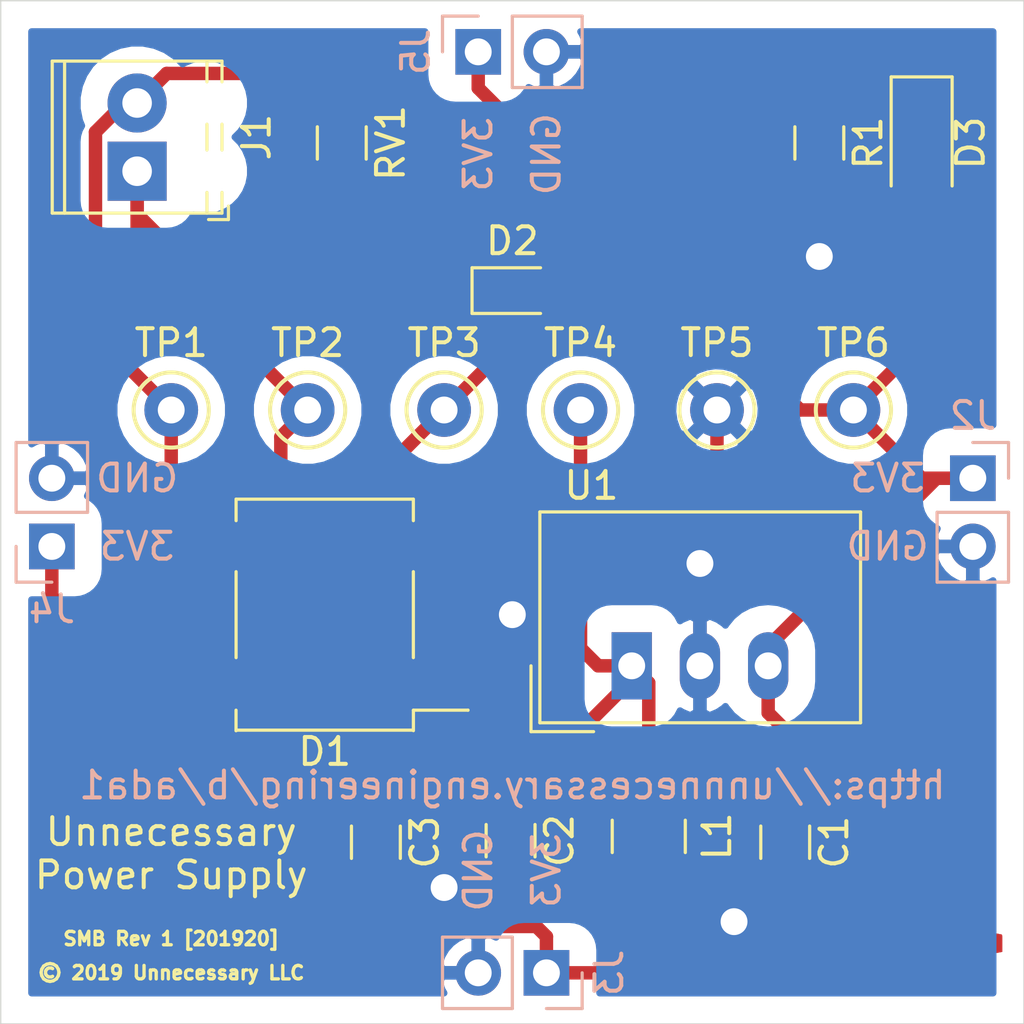
<source format=kicad_pcb>
(kicad_pcb (version 20171130) (host pcbnew "(5.1.0-0)")

  (general
    (thickness 1.6)
    (drawings 17)
    (tracks 89)
    (zones 0)
    (modules 22)
    (nets 8)
  )

  (page A4)
  (layers
    (0 F.Cu signal)
    (31 B.Cu signal hide)
    (32 B.Adhes user)
    (33 F.Adhes user)
    (34 B.Paste user)
    (35 F.Paste user)
    (36 B.SilkS user)
    (37 F.SilkS user)
    (38 B.Mask user)
    (39 F.Mask user)
    (40 Dwgs.User user)
    (41 Cmts.User user)
    (42 Eco1.User user)
    (43 Eco2.User user)
    (44 Edge.Cuts user)
    (45 Margin user)
    (46 B.CrtYd user)
    (47 F.CrtYd user)
    (48 B.Fab user)
    (49 F.Fab user)
  )

  (setup
    (last_trace_width 0.25)
    (user_trace_width 0.5)
    (user_trace_width 1)
    (trace_clearance 0.2)
    (zone_clearance 1)
    (zone_45_only no)
    (trace_min 0.2)
    (via_size 0.8)
    (via_drill 0.4)
    (via_min_size 0.4)
    (via_min_drill 0.3)
    (user_via 2 1)
    (uvia_size 0.3)
    (uvia_drill 0.1)
    (uvias_allowed no)
    (uvia_min_size 0.2)
    (uvia_min_drill 0.1)
    (edge_width 0.05)
    (segment_width 0.2)
    (pcb_text_width 0.3)
    (pcb_text_size 1.5 1.5)
    (mod_edge_width 0.12)
    (mod_text_size 1 1)
    (mod_text_width 0.15)
    (pad_size 1.524 1.524)
    (pad_drill 0.762)
    (pad_to_mask_clearance 0.051)
    (solder_mask_min_width 0.25)
    (aux_axis_origin 0 0)
    (visible_elements FFFFFF7F)
    (pcbplotparams
      (layerselection 0x010fc_ffffffff)
      (usegerberextensions false)
      (usegerberattributes false)
      (usegerberadvancedattributes false)
      (creategerberjobfile false)
      (excludeedgelayer true)
      (linewidth 0.100000)
      (plotframeref false)
      (viasonmask false)
      (mode 1)
      (useauxorigin false)
      (hpglpennumber 1)
      (hpglpenspeed 20)
      (hpglpendiameter 15.000000)
      (psnegative false)
      (psa4output false)
      (plotreference true)
      (plotvalue true)
      (plotinvisibletext false)
      (padsonsilk false)
      (subtractmaskfromsilk false)
      (outputformat 1)
      (mirror false)
      (drillshape 1)
      (scaleselection 1)
      (outputdirectory ""))
  )

  (net 0 "")
  (net 1 GND)
  (net 2 "Net-(C1-Pad1)")
  (net 3 "Net-(C2-Pad1)")
  (net 4 "Net-(C3-Pad1)")
  (net 5 "Net-(D1-Pad4)")
  (net 6 "Net-(D1-Pad3)")
  (net 7 "Net-(D3-Pad1)")

  (net_class Default "This is the default net class."
    (clearance 0.2)
    (trace_width 0.25)
    (via_dia 0.8)
    (via_drill 0.4)
    (uvia_dia 0.3)
    (uvia_drill 0.1)
    (add_net GND)
    (add_net "Net-(C1-Pad1)")
    (add_net "Net-(C2-Pad1)")
    (add_net "Net-(C3-Pad1)")
    (add_net "Net-(D1-Pad3)")
    (add_net "Net-(D1-Pad4)")
    (add_net "Net-(D3-Pad1)")
  )

  (module Symbol:OSHW-Logo2_7.3x6mm_Copper (layer F.Cu) (tedit 5CB8E3F1) (tstamp 5CB9ABF8)
    (at 149.86 149.86)
    (descr "Open Source Hardware Symbol")
    (tags "Logo Symbol OSHW")
    (attr virtual)
    (fp_text reference REF** (at 0 0) (layer F.SilkS) hide
      (effects (font (size 1 1) (thickness 0.15)))
    )
    (fp_text value OSHW-Logo2_7.3x6mm_Copper (at 0.75 0) (layer F.Fab) hide
      (effects (font (size 1 1) (thickness 0.15)))
    )
    (fp_poly (pts (xy -0.459059 -2.757652) (xy -0.380515 -2.757222) (xy -0.323671 -2.756058) (xy -0.284864 -2.753793)
      (xy -0.260431 -2.75006) (xy -0.246707 -2.744494) (xy -0.240029 -2.736727) (xy -0.236733 -2.726395)
      (xy -0.236413 -2.725057) (xy -0.231407 -2.700921) (xy -0.22214 -2.653299) (xy -0.209577 -2.587259)
      (xy -0.194682 -2.507872) (xy -0.178418 -2.420204) (xy -0.17785 -2.417125) (xy -0.161559 -2.331211)
      (xy -0.146317 -2.255304) (xy -0.133108 -2.193955) (xy -0.122915 -2.151718) (xy -0.116721 -2.133145)
      (xy -0.116426 -2.132816) (xy -0.098181 -2.123747) (xy -0.060564 -2.108633) (xy -0.011698 -2.090738)
      (xy -0.011426 -2.090642) (xy 0.050124 -2.067507) (xy 0.122688 -2.038035) (xy 0.191088 -2.008403)
      (xy 0.194325 -2.006938) (xy 0.305733 -1.956374) (xy 0.55243 -2.12484) (xy 0.628108 -2.176197)
      (xy 0.696662 -2.222111) (xy 0.754119 -2.25997) (xy 0.796507 -2.287163) (xy 0.819856 -2.301079)
      (xy 0.822073 -2.302111) (xy 0.839041 -2.297516) (xy 0.870732 -2.275345) (xy 0.918383 -2.234553)
      (xy 0.983229 -2.174095) (xy 1.049428 -2.109773) (xy 1.113245 -2.046388) (xy 1.17036 -1.988549)
      (xy 1.217336 -1.939825) (xy 1.250734 -1.90379) (xy 1.267116 -1.884016) (xy 1.267725 -1.882998)
      (xy 1.269536 -1.869428) (xy 1.262714 -1.847267) (xy 1.245571 -1.813522) (xy 1.216424 -1.7652)
      (xy 1.173586 -1.699308) (xy 1.116479 -1.614483) (xy 1.065797 -1.539823) (xy 1.020492 -1.47286)
      (xy 0.983181 -1.417484) (xy 0.956483 -1.37758) (xy 0.943016 -1.357038) (xy 0.942168 -1.355644)
      (xy 0.943812 -1.335962) (xy 0.956276 -1.297707) (xy 0.977079 -1.248111) (xy 0.984493 -1.232272)
      (xy 1.016845 -1.16171) (xy 1.051359 -1.081647) (xy 1.079396 -1.012371) (xy 1.099599 -0.960955)
      (xy 1.115646 -0.921881) (xy 1.124919 -0.901459) (xy 1.126072 -0.899886) (xy 1.143127 -0.897279)
      (xy 1.183329 -0.890137) (xy 1.241333 -0.879477) (xy 1.311794 -0.866315) (xy 1.389366 -0.851667)
      (xy 1.468703 -0.836551) (xy 1.544462 -0.821982) (xy 1.611295 -0.808978) (xy 1.663859 -0.798555)
      (xy 1.696807 -0.79173) (xy 1.704888 -0.789801) (xy 1.713236 -0.785038) (xy 1.719537 -0.774282)
      (xy 1.724076 -0.753902) (xy 1.727135 -0.720266) (xy 1.728998 -0.669745) (xy 1.729949 -0.598708)
      (xy 1.730271 -0.503524) (xy 1.730288 -0.464508) (xy 1.730288 -0.147201) (xy 1.654088 -0.132161)
      (xy 1.611694 -0.124005) (xy 1.548431 -0.112101) (xy 1.471993 -0.097884) (xy 1.390074 -0.08279)
      (xy 1.367431 -0.078645) (xy 1.291837 -0.063947) (xy 1.225984 -0.049495) (xy 1.175397 -0.036625)
      (xy 1.145605 -0.026678) (xy 1.140643 -0.023713) (xy 1.128457 -0.002717) (xy 1.110984 0.037967)
      (xy 1.091608 0.090322) (xy 1.087765 0.1016) (xy 1.06237 0.171523) (xy 1.030848 0.250418)
      (xy 1 0.321266) (xy 0.999848 0.321595) (xy 0.948478 0.432733) (xy 1.11743 0.681253)
      (xy 1.286383 0.929772) (xy 1.06946 1.147058) (xy 1.00385 1.211726) (xy 0.94401 1.268733)
      (xy 0.893298 1.315033) (xy 0.855077 1.347584) (xy 0.832706 1.363343) (xy 0.829497 1.364343)
      (xy 0.810657 1.356469) (xy 0.772211 1.334578) (xy 0.718361 1.301267) (xy 0.653307 1.259131)
      (xy 0.582971 1.211943) (xy 0.511586 1.16381) (xy 0.447939 1.121928) (xy 0.396072 1.088871)
      (xy 0.360026 1.067218) (xy 0.343898 1.059543) (xy 0.32422 1.066037) (xy 0.286906 1.08315)
      (xy 0.239652 1.107326) (xy 0.234643 1.110013) (xy 0.171008 1.141927) (xy 0.127372 1.157579)
      (xy 0.100233 1.157745) (xy 0.086088 1.143204) (xy 0.086006 1.143) (xy 0.078936 1.125779)
      (xy 0.062073 1.084899) (xy 0.036726 1.023525) (xy 0.004202 0.944819) (xy -0.034191 0.851947)
      (xy -0.077147 0.748072) (xy -0.118747 0.647502) (xy -0.164465 0.536516) (xy -0.206443 0.433703)
      (xy -0.243421 0.342215) (xy -0.274142 0.265201) (xy -0.297347 0.205815) (xy -0.311779 0.167209)
      (xy -0.316226 0.1528) (xy -0.305073 0.136272) (xy -0.2759 0.10993) (xy -0.236998 0.080887)
      (xy -0.126212 -0.010961) (xy -0.039618 -0.116241) (xy 0.021747 -0.232734) (xy 0.056846 -0.358224)
      (xy 0.064639 -0.490493) (xy 0.058974 -0.551543) (xy 0.028109 -0.678205) (xy -0.025049 -0.790059)
      (xy -0.097202 -0.885999) (xy -0.185052 -0.964924) (xy -0.285304 -1.02573) (xy -0.394659 -1.067313)
      (xy -0.509822 -1.088572) (xy -0.627494 -1.088401) (xy -0.744379 -1.065699) (xy -0.85718 -1.019362)
      (xy -0.9626 -0.948287) (xy -1.006601 -0.908089) (xy -1.09099 -0.804871) (xy -1.149747 -0.692075)
      (xy -1.183265 -0.57299) (xy -1.191934 -0.450905) (xy -1.176146 -0.329107) (xy -1.136291 -0.210884)
      (xy -1.072762 -0.099525) (xy -0.985948 0.001684) (xy -0.88894 0.080887) (xy -0.848532 0.111162)
      (xy -0.819987 0.137219) (xy -0.809712 0.152825) (xy -0.815092 0.169843) (xy -0.830394 0.2105)
      (xy -0.854357 0.271642) (xy -0.885725 0.350119) (xy -0.923237 0.44278) (xy -0.965636 0.546472)
      (xy -1.007306 0.647526) (xy -1.053279 0.758607) (xy -1.095862 0.861541) (xy -1.133748 0.953165)
      (xy -1.165629 1.030316) (xy -1.190198 1.089831) (xy -1.206149 1.128544) (xy -1.212059 1.143)
      (xy -1.226021 1.157685) (xy -1.253029 1.157642) (xy -1.296556 1.142099) (xy -1.360079 1.110284)
      (xy -1.360581 1.110013) (xy -1.408409 1.085323) (xy -1.447072 1.067338) (xy -1.468874 1.059614)
      (xy -1.469836 1.059543) (xy -1.486248 1.067378) (xy -1.522482 1.089165) (xy -1.574495 1.122328)
      (xy -1.638244 1.164291) (xy -1.708909 1.211943) (xy -1.780853 1.260191) (xy -1.845695 1.302151)
      (xy -1.899234 1.335227) (xy -1.937272 1.356821) (xy -1.955436 1.364343) (xy -1.972161 1.354457)
      (xy -2.005789 1.326826) (xy -2.052959 1.284495) (xy -2.110311 1.230505) (xy -2.174485 1.167899)
      (xy -2.195472 1.146983) (xy -2.41247 0.929623) (xy -2.247301 0.68722) (xy -2.197105 0.612781)
      (xy -2.15305 0.545972) (xy -2.117607 0.490665) (xy -2.09325 0.450729) (xy -2.082447 0.430036)
      (xy -2.082131 0.428563) (xy -2.087826 0.409058) (xy -2.103143 0.369822) (xy -2.125432 0.31743)
      (xy -2.141076 0.282355) (xy -2.170328 0.215201) (xy -2.197875 0.147358) (xy -2.219232 0.090034)
      (xy -2.225034 0.072572) (xy -2.241517 0.025938) (xy -2.257629 -0.010095) (xy -2.266479 -0.023713)
      (xy -2.286009 -0.032048) (xy -2.328635 -0.043863) (xy -2.388824 -0.057819) (xy -2.461047 -0.072578)
      (xy -2.493369 -0.078645) (xy -2.575447 -0.093727) (xy -2.654174 -0.108331) (xy -2.72186 -0.12102)
      (xy -2.770809 -0.130358) (xy -2.780026 -0.132161) (xy -2.856226 -0.147201) (xy -2.856226 -0.464508)
      (xy -2.856055 -0.568846) (xy -2.855353 -0.647787) (xy -2.853835 -0.704962) (xy -2.85122 -0.744001)
      (xy -2.847223 -0.768535) (xy -2.84156 -0.782195) (xy -2.833949 -0.788611) (xy -2.830826 -0.789801)
      (xy -2.811991 -0.79402) (xy -2.770381 -0.802438) (xy -2.711339 -0.814039) (xy -2.640212 -0.827805)
      (xy -2.562344 -0.84272) (xy -2.483082 -0.857768) (xy -2.407771 -0.871931) (xy -2.341756 -0.884194)
      (xy -2.290382 -0.893539) (xy -2.258994 -0.89895) (xy -2.25201 -0.899886) (xy -2.245684 -0.912404)
      (xy -2.231679 -0.945754) (xy -2.212614 -0.993623) (xy -2.205335 -1.012371) (xy -2.175973 -1.084805)
      (xy -2.141398 -1.16483) (xy -2.110432 -1.232272) (xy -2.087646 -1.283841) (xy -2.072487 -1.326215)
      (xy -2.067427 -1.352166) (xy -2.068233 -1.355644) (xy -2.078928 -1.372064) (xy -2.103349 -1.408583)
      (xy -2.138874 -1.461313) (xy -2.182882 -1.526365) (xy -2.232752 -1.599849) (xy -2.242613 -1.614355)
      (xy -2.300477 -1.700296) (xy -2.343013 -1.765739) (xy -2.371915 -1.813696) (xy -2.388879 -1.84718)
      (xy -2.395602 -1.869205) (xy -2.393779 -1.882783) (xy -2.393733 -1.882869) (xy -2.379383 -1.900703)
      (xy -2.347646 -1.935183) (xy -2.301959 -1.982732) (xy -2.245765 -2.039778) (xy -2.182501 -2.102745)
      (xy -2.175367 -2.109773) (xy -2.095639 -2.18698) (xy -2.034112 -2.24367) (xy -1.989548 -2.28089)
      (xy -1.960712 -2.299685) (xy -1.948011 -2.302111) (xy -1.929475 -2.291529) (xy -1.891008 -2.267084)
      (xy -1.836583 -2.231388) (xy -1.770171 -2.187053) (xy -1.695744 -2.136689) (xy -1.678368 -2.12484)
      (xy -1.431672 -1.956374) (xy -1.320263 -2.006938) (xy -1.252512 -2.036405) (xy -1.179786 -2.066041)
      (xy -1.117266 -2.08967) (xy -1.114512 -2.090642) (xy -1.065609 -2.108543) (xy -1.027912 -2.12368)
      (xy -1.009544 -2.13279) (xy -1.009513 -2.132816) (xy -1.003684 -2.149283) (xy -0.993777 -2.189781)
      (xy -0.980774 -2.249758) (xy -0.96566 -2.32466) (xy -0.949417 -2.409936) (xy -0.948088 -2.417125)
      (xy -0.931794 -2.504986) (xy -0.916836 -2.58474) (xy -0.904178 -2.651319) (xy -0.894783 -2.699653)
      (xy -0.889615 -2.724675) (xy -0.889525 -2.725057) (xy -0.88638 -2.735701) (xy -0.880265 -2.743738)
      (xy -0.867516 -2.749533) (xy -0.844469 -2.753453) (xy -0.80746 -2.755865) (xy -0.752825 -2.757135)
      (xy -0.676902 -2.757629) (xy -0.576025 -2.757714) (xy -0.562969 -2.757714) (xy -0.459059 -2.757652)) (layer F.Cu) (width 0.01))
    (fp_poly (pts (xy -0.480806 -2.763905) (xy -0.402262 -2.763475) (xy -0.345418 -2.762311) (xy -0.306611 -2.760046)
      (xy -0.282178 -2.756313) (xy -0.268454 -2.750747) (xy -0.261776 -2.74298) (xy -0.25848 -2.732648)
      (xy -0.25816 -2.73131) (xy -0.253154 -2.707174) (xy -0.243887 -2.659552) (xy -0.231324 -2.593512)
      (xy -0.216429 -2.514125) (xy -0.200165 -2.426457) (xy -0.199597 -2.423378) (xy -0.183306 -2.337464)
      (xy -0.168064 -2.261557) (xy -0.154855 -2.200208) (xy -0.144662 -2.157971) (xy -0.138468 -2.139398)
      (xy -0.138173 -2.139069) (xy -0.119928 -2.13) (xy -0.082311 -2.114886) (xy -0.033445 -2.096991)
      (xy -0.033173 -2.096895) (xy 0.028377 -2.07376) (xy 0.100941 -2.044288) (xy 0.169341 -2.014656)
      (xy 0.172578 -2.013191) (xy 0.283986 -1.962627) (xy 0.530683 -2.131093) (xy 0.606361 -2.18245)
      (xy 0.674915 -2.228364) (xy 0.732372 -2.266223) (xy 0.77476 -2.293416) (xy 0.798109 -2.307332)
      (xy 0.800326 -2.308364) (xy 0.817294 -2.303769) (xy 0.848985 -2.281598) (xy 0.896636 -2.240806)
      (xy 0.961482 -2.180348) (xy 1.027681 -2.116026) (xy 1.091498 -2.052641) (xy 1.148613 -1.994802)
      (xy 1.195589 -1.946078) (xy 1.228987 -1.910043) (xy 1.245369 -1.890269) (xy 1.245978 -1.889251)
      (xy 1.247789 -1.875681) (xy 1.240967 -1.85352) (xy 1.223824 -1.819775) (xy 1.194677 -1.771453)
      (xy 1.151839 -1.705561) (xy 1.094732 -1.620736) (xy 1.04405 -1.546076) (xy 0.998745 -1.479113)
      (xy 0.961434 -1.423737) (xy 0.934736 -1.383833) (xy 0.921269 -1.363291) (xy 0.920421 -1.361897)
      (xy 0.922065 -1.342215) (xy 0.934529 -1.30396) (xy 0.955332 -1.254364) (xy 0.962746 -1.238525)
      (xy 0.995098 -1.167963) (xy 1.029612 -1.0879) (xy 1.057649 -1.018624) (xy 1.077852 -0.967208)
      (xy 1.093899 -0.928134) (xy 1.103172 -0.907712) (xy 1.104325 -0.906139) (xy 1.12138 -0.903532)
      (xy 1.161582 -0.89639) (xy 1.219586 -0.88573) (xy 1.290047 -0.872568) (xy 1.367619 -0.85792)
      (xy 1.446956 -0.842804) (xy 1.522715 -0.828235) (xy 1.589548 -0.815231) (xy 1.642112 -0.804808)
      (xy 1.67506 -0.797983) (xy 1.683141 -0.796054) (xy 1.691489 -0.791291) (xy 1.69779 -0.780535)
      (xy 1.702329 -0.760155) (xy 1.705388 -0.726519) (xy 1.707251 -0.675998) (xy 1.708202 -0.604961)
      (xy 1.708524 -0.509777) (xy 1.708541 -0.470761) (xy 1.708541 -0.153454) (xy 1.632341 -0.138414)
      (xy 1.589947 -0.130258) (xy 1.526684 -0.118354) (xy 1.450246 -0.104137) (xy 1.368327 -0.089043)
      (xy 1.345684 -0.084898) (xy 1.27009 -0.0702) (xy 1.204237 -0.055748) (xy 1.15365 -0.042878)
      (xy 1.123858 -0.032931) (xy 1.118896 -0.029966) (xy 1.10671 -0.00897) (xy 1.089237 0.031714)
      (xy 1.069861 0.084069) (xy 1.066018 0.095347) (xy 1.040623 0.16527) (xy 1.009101 0.244165)
      (xy 0.978253 0.315013) (xy 0.978101 0.315342) (xy 0.926731 0.42648) (xy 1.095683 0.675)
      (xy 1.264636 0.923519) (xy 1.047713 1.140805) (xy 0.982103 1.205473) (xy 0.922263 1.26248)
      (xy 0.871551 1.30878) (xy 0.83333 1.341331) (xy 0.810959 1.35709) (xy 0.80775 1.35809)
      (xy 0.78891 1.350216) (xy 0.750464 1.328325) (xy 0.696614 1.295014) (xy 0.63156 1.252878)
      (xy 0.561224 1.20569) (xy 0.489839 1.157557) (xy 0.426192 1.115675) (xy 0.374325 1.082618)
      (xy 0.338279 1.060965) (xy 0.322151 1.05329) (xy 0.302473 1.059784) (xy 0.265159 1.076897)
      (xy 0.217905 1.101073) (xy 0.212896 1.10376) (xy 0.149261 1.135674) (xy 0.105625 1.151326)
      (xy 0.078486 1.151492) (xy 0.064341 1.136951) (xy 0.064259 1.136747) (xy 0.057189 1.119526)
      (xy 0.040326 1.078646) (xy 0.014979 1.017272) (xy -0.017545 0.938566) (xy -0.055938 0.845694)
      (xy -0.098894 0.741819) (xy -0.140494 0.641249) (xy -0.186212 0.530263) (xy -0.22819 0.42745)
      (xy -0.265168 0.335962) (xy -0.295889 0.258948) (xy -0.319094 0.199562) (xy -0.333526 0.160956)
      (xy -0.337973 0.146547) (xy -0.32682 0.130019) (xy -0.297647 0.103677) (xy -0.258745 0.074634)
      (xy -0.147959 -0.017214) (xy -0.061365 -0.122494) (xy 0 -0.238987) (xy 0.035099 -0.364477)
      (xy 0.042892 -0.496746) (xy 0.037227 -0.557796) (xy 0.006362 -0.684458) (xy -0.046796 -0.796312)
      (xy -0.118949 -0.892252) (xy -0.206799 -0.971177) (xy -0.307051 -1.031983) (xy -0.416406 -1.073566)
      (xy -0.531569 -1.094825) (xy -0.649241 -1.094654) (xy -0.766126 -1.071952) (xy -0.878927 -1.025615)
      (xy -0.984347 -0.95454) (xy -1.028348 -0.914342) (xy -1.112737 -0.811124) (xy -1.171494 -0.698328)
      (xy -1.205012 -0.579243) (xy -1.213681 -0.457158) (xy -1.197893 -0.33536) (xy -1.158038 -0.217137)
      (xy -1.094509 -0.105778) (xy -1.007695 -0.004569) (xy -0.910687 0.074634) (xy -0.870279 0.104909)
      (xy -0.841734 0.130966) (xy -0.831459 0.146572) (xy -0.836839 0.16359) (xy -0.852141 0.204247)
      (xy -0.876104 0.265389) (xy -0.907472 0.343866) (xy -0.944984 0.436527) (xy -0.987383 0.540219)
      (xy -1.029053 0.641273) (xy -1.075026 0.752354) (xy -1.117609 0.855288) (xy -1.155495 0.946912)
      (xy -1.187376 1.024063) (xy -1.211945 1.083578) (xy -1.227896 1.122291) (xy -1.233806 1.136747)
      (xy -1.247768 1.151432) (xy -1.274776 1.151389) (xy -1.318303 1.135846) (xy -1.381826 1.104031)
      (xy -1.382328 1.10376) (xy -1.430156 1.07907) (xy -1.468819 1.061085) (xy -1.490621 1.053361)
      (xy -1.491583 1.05329) (xy -1.507995 1.061125) (xy -1.544229 1.082912) (xy -1.596242 1.116075)
      (xy -1.659991 1.158038) (xy -1.730656 1.20569) (xy -1.8026 1.253938) (xy -1.867442 1.295898)
      (xy -1.920981 1.328974) (xy -1.959019 1.350568) (xy -1.977183 1.35809) (xy -1.993908 1.348204)
      (xy -2.027536 1.320573) (xy -2.074706 1.278242) (xy -2.132058 1.224252) (xy -2.196232 1.161646)
      (xy -2.217219 1.14073) (xy -2.434217 0.92337) (xy -2.269048 0.680967) (xy -2.218852 0.606528)
      (xy -2.174797 0.539719) (xy -2.139354 0.484412) (xy -2.114997 0.444476) (xy -2.104194 0.423783)
      (xy -2.103878 0.42231) (xy -2.109573 0.402805) (xy -2.12489 0.363569) (xy -2.147179 0.311177)
      (xy -2.162823 0.276102) (xy -2.192075 0.208948) (xy -2.219622 0.141105) (xy -2.240979 0.083781)
      (xy -2.246781 0.066319) (xy -2.263264 0.019685) (xy -2.279376 -0.016348) (xy -2.288226 -0.029966)
      (xy -2.307756 -0.038301) (xy -2.350382 -0.050116) (xy -2.410571 -0.064072) (xy -2.482794 -0.078831)
      (xy -2.515116 -0.084898) (xy -2.597194 -0.09998) (xy -2.675921 -0.114584) (xy -2.743607 -0.127273)
      (xy -2.792556 -0.136611) (xy -2.801773 -0.138414) (xy -2.877973 -0.153454) (xy -2.877973 -0.470761)
      (xy -2.877802 -0.575099) (xy -2.8771 -0.65404) (xy -2.875582 -0.711215) (xy -2.872967 -0.750254)
      (xy -2.86897 -0.774788) (xy -2.863307 -0.788448) (xy -2.855696 -0.794864) (xy -2.852573 -0.796054)
      (xy -2.833738 -0.800273) (xy -2.792128 -0.808691) (xy -2.733086 -0.820292) (xy -2.661959 -0.834058)
      (xy -2.584091 -0.848973) (xy -2.504829 -0.864021) (xy -2.429518 -0.878184) (xy -2.363503 -0.890447)
      (xy -2.312129 -0.899792) (xy -2.280741 -0.905203) (xy -2.273757 -0.906139) (xy -2.267431 -0.918657)
      (xy -2.253426 -0.952007) (xy -2.234361 -0.999876) (xy -2.227082 -1.018624) (xy -2.19772 -1.091058)
      (xy -2.163145 -1.171083) (xy -2.132179 -1.238525) (xy -2.109393 -1.290094) (xy -2.094234 -1.332468)
      (xy -2.089174 -1.358419) (xy -2.08998 -1.361897) (xy -2.100675 -1.378317) (xy -2.125096 -1.414836)
      (xy -2.160621 -1.467566) (xy -2.204629 -1.532618) (xy -2.254499 -1.606102) (xy -2.26436 -1.620608)
      (xy -2.322224 -1.706549) (xy -2.36476 -1.771992) (xy -2.393662 -1.819949) (xy -2.410626 -1.853433)
      (xy -2.417349 -1.875458) (xy -2.415526 -1.889036) (xy -2.41548 -1.889122) (xy -2.40113 -1.906956)
      (xy -2.369393 -1.941436) (xy -2.323706 -1.988985) (xy -2.267512 -2.046031) (xy -2.204248 -2.108998)
      (xy -2.197114 -2.116026) (xy -2.117386 -2.193233) (xy -2.055859 -2.249923) (xy -2.011295 -2.287143)
      (xy -1.982459 -2.305938) (xy -1.969758 -2.308364) (xy -1.951222 -2.297782) (xy -1.912755 -2.273337)
      (xy -1.85833 -2.237641) (xy -1.791918 -2.193306) (xy -1.717491 -2.142942) (xy -1.700115 -2.131093)
      (xy -1.453419 -1.962627) (xy -1.34201 -2.013191) (xy -1.274259 -2.042658) (xy -1.201533 -2.072294)
      (xy -1.139013 -2.095923) (xy -1.136259 -2.096895) (xy -1.087356 -2.114796) (xy -1.049659 -2.129933)
      (xy -1.031291 -2.139043) (xy -1.03126 -2.139069) (xy -1.025431 -2.155536) (xy -1.015524 -2.196034)
      (xy -1.002521 -2.256011) (xy -0.987407 -2.330913) (xy -0.971164 -2.416189) (xy -0.969835 -2.423378)
      (xy -0.953541 -2.511239) (xy -0.938583 -2.590993) (xy -0.925925 -2.657572) (xy -0.91653 -2.705906)
      (xy -0.911362 -2.730928) (xy -0.911272 -2.73131) (xy -0.908127 -2.741954) (xy -0.902012 -2.749991)
      (xy -0.889263 -2.755786) (xy -0.866216 -2.759706) (xy -0.829207 -2.762118) (xy -0.774572 -2.763388)
      (xy -0.698649 -2.763882) (xy -0.597772 -2.763967) (xy -0.584716 -2.763967) (xy -0.480806 -2.763905)) (layer F.Mask) (width 0.01))
  )

  (module Converter_DCDC:Converter_DCDC_TRACO_TSR-1_THT (layer F.Cu) (tedit 59FE1FB7) (tstamp 5CB8CF99)
    (at 137.795 139.065)
    (descr "DCDC-Converter, TRACO, TSR 1-xxxx")
    (tags "DCDC-Converter TRACO TSR-1")
    (path /5CB5AC57)
    (fp_text reference U1 (at -1.5 -6.71) (layer F.SilkS)
      (effects (font (size 1 1) (thickness 0.15)))
    )
    (fp_text value TSR_1-2433 (at 2.5 3.25) (layer F.Fab)
      (effects (font (size 1 1) (thickness 0.15)))
    )
    (fp_line (start -2.3 2) (end 8.4 2) (layer F.Fab) (width 0.1))
    (fp_line (start -3.42 2.12) (end -3.42 -5.73) (layer F.SilkS) (width 0.12))
    (fp_line (start -3.42 -5.73) (end 8.52 -5.73) (layer F.SilkS) (width 0.12))
    (fp_line (start 8.52 -5.73) (end 8.52 2.12) (layer F.SilkS) (width 0.12))
    (fp_line (start 8.52 2.12) (end -3.42 2.12) (layer F.SilkS) (width 0.12))
    (fp_line (start -3.55 -5.85) (end 8.65 -5.85) (layer F.CrtYd) (width 0.05))
    (fp_line (start 8.65 -5.85) (end 8.65 2.25) (layer F.CrtYd) (width 0.05))
    (fp_line (start 8.65 2.25) (end -3.55 2.25) (layer F.CrtYd) (width 0.05))
    (fp_line (start -3.55 2.25) (end -3.55 -5.85) (layer F.CrtYd) (width 0.05))
    (fp_line (start -3.3 -5.6) (end 8.4 -5.6) (layer F.Fab) (width 0.1))
    (fp_line (start 8.4 2) (end 8.4 -5.6) (layer F.Fab) (width 0.1))
    (fp_line (start -3.3 1) (end -3.3 -5.6) (layer F.Fab) (width 0.1))
    (fp_line (start -3.3 1) (end -2.3 2) (layer F.Fab) (width 0.1))
    (fp_line (start -3.75 0) (end -3.75 2.45) (layer F.SilkS) (width 0.12))
    (fp_line (start -3.75 2.45) (end -1.42 2.45) (layer F.SilkS) (width 0.12))
    (fp_text user %R (at 3 -3) (layer F.Fab)
      (effects (font (size 1 1) (thickness 0.15)))
    )
    (pad 3 thru_hole oval (at 5.08 0) (size 1.5 2.5) (drill 1) (layers *.Cu *.Mask)
      (net 4 "Net-(C3-Pad1)"))
    (pad 2 thru_hole oval (at 2.54 0) (size 1.5 2.5) (drill 1) (layers *.Cu *.Mask)
      (net 1 GND))
    (pad 1 thru_hole rect (at 0 0) (size 1.5 2.5) (drill 1) (layers *.Cu *.Mask)
      (net 3 "Net-(C2-Pad1)"))
    (model ${KISYS3DMOD}/Converter_DCDC.3dshapes/Converter_DCDC_TRACO_TSR-1_THT.wrl
      (at (xyz 0 0 0))
      (scale (xyz 1 1 1))
      (rotate (xyz 0 0 0))
    )
  )

  (module TestPoint:TestPoint_Keystone_5000-5004_Miniature (layer F.Cu) (tedit 5A0F774F) (tstamp 5CB8CF82)
    (at 146.05 129.54)
    (descr "Keystone Miniature THM Test Point 5000-5004, http://www.keyelco.com/product-pdf.cfm?p=1309")
    (tags "Through Hole Mount Test Points")
    (path /5CB76FEA)
    (fp_text reference TP6 (at 0 -2.5) (layer F.SilkS)
      (effects (font (size 1 1) (thickness 0.15)))
    )
    (fp_text value 3V3 (at 0 2.5) (layer F.Fab)
      (effects (font (size 1 1) (thickness 0.15)))
    )
    (fp_circle (center 0 0) (end 1.4 0) (layer F.SilkS) (width 0.15))
    (fp_circle (center 0 0) (end 1.25 0) (layer F.Fab) (width 0.15))
    (fp_circle (center 0 0) (end 1.65 0) (layer F.CrtYd) (width 0.05))
    (fp_line (start -0.75 0.25) (end -0.75 -0.25) (layer F.Fab) (width 0.15))
    (fp_line (start 0.75 0.25) (end -0.75 0.25) (layer F.Fab) (width 0.15))
    (fp_line (start 0.75 -0.25) (end 0.75 0.25) (layer F.Fab) (width 0.15))
    (fp_line (start -0.75 -0.25) (end 0.75 -0.25) (layer F.Fab) (width 0.15))
    (fp_text user %R (at 0 -2.5) (layer F.Fab)
      (effects (font (size 1 1) (thickness 0.15)))
    )
    (pad 1 thru_hole circle (at 0 0) (size 2 2) (drill 1) (layers *.Cu *.Mask)
      (net 4 "Net-(C3-Pad1)"))
    (model ${KISYS3DMOD}/TestPoint.3dshapes/TestPoint_Keystone_5000-5004_Miniature.wrl
      (at (xyz 0 0 0))
      (scale (xyz 1 1 1))
      (rotate (xyz 0 0 0))
    )
  )

  (module TestPoint:TestPoint_Keystone_5000-5004_Miniature (layer F.Cu) (tedit 5A0F774F) (tstamp 5CB8CF75)
    (at 140.97 129.54)
    (descr "Keystone Miniature THM Test Point 5000-5004, http://www.keyelco.com/product-pdf.cfm?p=1309")
    (tags "Through Hole Mount Test Points")
    (path /5CB778A3)
    (fp_text reference TP5 (at 0 -2.5) (layer F.SilkS)
      (effects (font (size 1 1) (thickness 0.15)))
    )
    (fp_text value GND (at 0 2.5) (layer F.Fab)
      (effects (font (size 1 1) (thickness 0.15)))
    )
    (fp_circle (center 0 0) (end 1.4 0) (layer F.SilkS) (width 0.15))
    (fp_circle (center 0 0) (end 1.25 0) (layer F.Fab) (width 0.15))
    (fp_circle (center 0 0) (end 1.65 0) (layer F.CrtYd) (width 0.05))
    (fp_line (start -0.75 0.25) (end -0.75 -0.25) (layer F.Fab) (width 0.15))
    (fp_line (start 0.75 0.25) (end -0.75 0.25) (layer F.Fab) (width 0.15))
    (fp_line (start 0.75 -0.25) (end 0.75 0.25) (layer F.Fab) (width 0.15))
    (fp_line (start -0.75 -0.25) (end 0.75 -0.25) (layer F.Fab) (width 0.15))
    (fp_text user %R (at 0 -2.5) (layer F.Fab)
      (effects (font (size 1 1) (thickness 0.15)))
    )
    (pad 1 thru_hole circle (at 0 0) (size 2 2) (drill 1) (layers *.Cu *.Mask)
      (net 1 GND))
    (model ${KISYS3DMOD}/TestPoint.3dshapes/TestPoint_Keystone_5000-5004_Miniature.wrl
      (at (xyz 0 0 0))
      (scale (xyz 1 1 1))
      (rotate (xyz 0 0 0))
    )
  )

  (module TestPoint:TestPoint_Keystone_5000-5004_Miniature (layer F.Cu) (tedit 5A0F774F) (tstamp 5CB8CF68)
    (at 135.89 129.54)
    (descr "Keystone Miniature THM Test Point 5000-5004, http://www.keyelco.com/product-pdf.cfm?p=1309")
    (tags "Through Hole Mount Test Points")
    (path /5CB74E0A)
    (fp_text reference TP4 (at 0 -2.5) (layer F.SilkS)
      (effects (font (size 1 1) (thickness 0.15)))
    )
    (fp_text value 33VDC-L (at 0 2.5) (layer F.Fab)
      (effects (font (size 1 1) (thickness 0.15)))
    )
    (fp_circle (center 0 0) (end 1.4 0) (layer F.SilkS) (width 0.15))
    (fp_circle (center 0 0) (end 1.25 0) (layer F.Fab) (width 0.15))
    (fp_circle (center 0 0) (end 1.65 0) (layer F.CrtYd) (width 0.05))
    (fp_line (start -0.75 0.25) (end -0.75 -0.25) (layer F.Fab) (width 0.15))
    (fp_line (start 0.75 0.25) (end -0.75 0.25) (layer F.Fab) (width 0.15))
    (fp_line (start 0.75 -0.25) (end 0.75 0.25) (layer F.Fab) (width 0.15))
    (fp_line (start -0.75 -0.25) (end 0.75 -0.25) (layer F.Fab) (width 0.15))
    (fp_text user %R (at 0 -2.5) (layer F.Fab)
      (effects (font (size 1 1) (thickness 0.15)))
    )
    (pad 1 thru_hole circle (at 0 0) (size 2 2) (drill 1) (layers *.Cu *.Mask)
      (net 3 "Net-(C2-Pad1)"))
    (model ${KISYS3DMOD}/TestPoint.3dshapes/TestPoint_Keystone_5000-5004_Miniature.wrl
      (at (xyz 0 0 0))
      (scale (xyz 1 1 1))
      (rotate (xyz 0 0 0))
    )
  )

  (module TestPoint:TestPoint_Keystone_5000-5004_Miniature (layer F.Cu) (tedit 5A0F774F) (tstamp 5CB8CF5B)
    (at 130.81 129.54)
    (descr "Keystone Miniature THM Test Point 5000-5004, http://www.keyelco.com/product-pdf.cfm?p=1309")
    (tags "Through Hole Mount Test Points")
    (path /5CB766B1)
    (fp_text reference TP3 (at 0 -2.5) (layer F.SilkS)
      (effects (font (size 1 1) (thickness 0.15)))
    )
    (fp_text value 33VDC (at 0 2.5) (layer F.Fab)
      (effects (font (size 1 1) (thickness 0.15)))
    )
    (fp_circle (center 0 0) (end 1.4 0) (layer F.SilkS) (width 0.15))
    (fp_circle (center 0 0) (end 1.25 0) (layer F.Fab) (width 0.15))
    (fp_circle (center 0 0) (end 1.65 0) (layer F.CrtYd) (width 0.05))
    (fp_line (start -0.75 0.25) (end -0.75 -0.25) (layer F.Fab) (width 0.15))
    (fp_line (start 0.75 0.25) (end -0.75 0.25) (layer F.Fab) (width 0.15))
    (fp_line (start 0.75 -0.25) (end 0.75 0.25) (layer F.Fab) (width 0.15))
    (fp_line (start -0.75 -0.25) (end 0.75 -0.25) (layer F.Fab) (width 0.15))
    (fp_text user %R (at 0 -2.5) (layer F.Fab)
      (effects (font (size 1 1) (thickness 0.15)))
    )
    (pad 1 thru_hole circle (at 0 0) (size 2 2) (drill 1) (layers *.Cu *.Mask)
      (net 2 "Net-(C1-Pad1)"))
    (model ${KISYS3DMOD}/TestPoint.3dshapes/TestPoint_Keystone_5000-5004_Miniature.wrl
      (at (xyz 0 0 0))
      (scale (xyz 1 1 1))
      (rotate (xyz 0 0 0))
    )
  )

  (module TestPoint:TestPoint_Keystone_5000-5004_Miniature (layer F.Cu) (tedit 5A0F774F) (tstamp 5CB8CF4E)
    (at 125.73 129.54)
    (descr "Keystone Miniature THM Test Point 5000-5004, http://www.keyelco.com/product-pdf.cfm?p=1309")
    (tags "Through Hole Mount Test Points")
    (path /5CB8601F)
    (fp_text reference TP2 (at 0 -2.5) (layer F.SilkS)
      (effects (font (size 1 1) (thickness 0.15)))
    )
    (fp_text value 24VAC (at 0 2.5) (layer F.Fab)
      (effects (font (size 1 1) (thickness 0.15)))
    )
    (fp_circle (center 0 0) (end 1.4 0) (layer F.SilkS) (width 0.15))
    (fp_circle (center 0 0) (end 1.25 0) (layer F.Fab) (width 0.15))
    (fp_circle (center 0 0) (end 1.65 0) (layer F.CrtYd) (width 0.05))
    (fp_line (start -0.75 0.25) (end -0.75 -0.25) (layer F.Fab) (width 0.15))
    (fp_line (start 0.75 0.25) (end -0.75 0.25) (layer F.Fab) (width 0.15))
    (fp_line (start 0.75 -0.25) (end 0.75 0.25) (layer F.Fab) (width 0.15))
    (fp_line (start -0.75 -0.25) (end 0.75 -0.25) (layer F.Fab) (width 0.15))
    (fp_text user %R (at 0 -2.5) (layer F.Fab)
      (effects (font (size 1 1) (thickness 0.15)))
    )
    (pad 1 thru_hole circle (at 0 0) (size 2 2) (drill 1) (layers *.Cu *.Mask)
      (net 5 "Net-(D1-Pad4)"))
    (model ${KISYS3DMOD}/TestPoint.3dshapes/TestPoint_Keystone_5000-5004_Miniature.wrl
      (at (xyz 0 0 0))
      (scale (xyz 1 1 1))
      (rotate (xyz 0 0 0))
    )
  )

  (module TestPoint:TestPoint_Keystone_5000-5004_Miniature (layer F.Cu) (tedit 5A0F774F) (tstamp 5CB8CF41)
    (at 120.65 129.54)
    (descr "Keystone Miniature THM Test Point 5000-5004, http://www.keyelco.com/product-pdf.cfm?p=1309")
    (tags "Through Hole Mount Test Points")
    (path /5CB859DD)
    (fp_text reference TP1 (at 0 -2.5) (layer F.SilkS)
      (effects (font (size 1 1) (thickness 0.15)))
    )
    (fp_text value 24VAC (at 0 2.5) (layer F.Fab)
      (effects (font (size 1 1) (thickness 0.15)))
    )
    (fp_circle (center 0 0) (end 1.4 0) (layer F.SilkS) (width 0.15))
    (fp_circle (center 0 0) (end 1.25 0) (layer F.Fab) (width 0.15))
    (fp_circle (center 0 0) (end 1.65 0) (layer F.CrtYd) (width 0.05))
    (fp_line (start -0.75 0.25) (end -0.75 -0.25) (layer F.Fab) (width 0.15))
    (fp_line (start 0.75 0.25) (end -0.75 0.25) (layer F.Fab) (width 0.15))
    (fp_line (start 0.75 -0.25) (end 0.75 0.25) (layer F.Fab) (width 0.15))
    (fp_line (start -0.75 -0.25) (end 0.75 -0.25) (layer F.Fab) (width 0.15))
    (fp_text user %R (at 0 -2.5) (layer F.Fab)
      (effects (font (size 1 1) (thickness 0.15)))
    )
    (pad 1 thru_hole circle (at 0 0) (size 2 2) (drill 1) (layers *.Cu *.Mask)
      (net 6 "Net-(D1-Pad3)"))
    (model ${KISYS3DMOD}/TestPoint.3dshapes/TestPoint_Keystone_5000-5004_Miniature.wrl
      (at (xyz 0 0 0))
      (scale (xyz 1 1 1))
      (rotate (xyz 0 0 0))
    )
  )

  (module Resistor_SMD:R_1206_3216Metric_Pad1.42x1.75mm_HandSolder (layer F.Cu) (tedit 5B301BBD) (tstamp 5CB8CF34)
    (at 127 119.5975 270)
    (descr "Resistor SMD 1206 (3216 Metric), square (rectangular) end terminal, IPC_7351 nominal with elongated pad for handsoldering. (Body size source: http://www.tortai-tech.com/upload/download/2011102023233369053.pdf), generated with kicad-footprint-generator")
    (tags "resistor handsolder")
    (path /5CB790FB)
    (attr smd)
    (fp_text reference RV1 (at 0 -1.82 270) (layer F.SilkS)
      (effects (font (size 1 1) (thickness 0.15)))
    )
    (fp_text value 38.5V (at 0 1.82 270) (layer F.Fab)
      (effects (font (size 1 1) (thickness 0.15)))
    )
    (fp_line (start -1.6 0.8) (end -1.6 -0.8) (layer F.Fab) (width 0.1))
    (fp_line (start -1.6 -0.8) (end 1.6 -0.8) (layer F.Fab) (width 0.1))
    (fp_line (start 1.6 -0.8) (end 1.6 0.8) (layer F.Fab) (width 0.1))
    (fp_line (start 1.6 0.8) (end -1.6 0.8) (layer F.Fab) (width 0.1))
    (fp_line (start -0.602064 -0.91) (end 0.602064 -0.91) (layer F.SilkS) (width 0.12))
    (fp_line (start -0.602064 0.91) (end 0.602064 0.91) (layer F.SilkS) (width 0.12))
    (fp_line (start -2.45 1.12) (end -2.45 -1.12) (layer F.CrtYd) (width 0.05))
    (fp_line (start -2.45 -1.12) (end 2.45 -1.12) (layer F.CrtYd) (width 0.05))
    (fp_line (start 2.45 -1.12) (end 2.45 1.12) (layer F.CrtYd) (width 0.05))
    (fp_line (start 2.45 1.12) (end -2.45 1.12) (layer F.CrtYd) (width 0.05))
    (fp_text user %R (at 0 0 270) (layer F.Fab)
      (effects (font (size 0.8 0.8) (thickness 0.12)))
    )
    (pad 1 smd roundrect (at -1.4875 0 270) (size 1.425 1.75) (layers F.Cu F.Paste F.Mask) (roundrect_rratio 0.175439)
      (net 6 "Net-(D1-Pad3)"))
    (pad 2 smd roundrect (at 1.4875 0 270) (size 1.425 1.75) (layers F.Cu F.Paste F.Mask) (roundrect_rratio 0.175439)
      (net 5 "Net-(D1-Pad4)"))
    (model ${KISYS3DMOD}/Resistor_SMD.3dshapes/R_1206_3216Metric.wrl
      (at (xyz 0 0 0))
      (scale (xyz 1 1 1))
      (rotate (xyz 0 0 0))
    )
  )

  (module Resistor_SMD:R_1206_3216Metric_Pad1.42x1.75mm_HandSolder (layer F.Cu) (tedit 5B301BBD) (tstamp 5CB8CF23)
    (at 144.78 119.5975 270)
    (descr "Resistor SMD 1206 (3216 Metric), square (rectangular) end terminal, IPC_7351 nominal with elongated pad for handsoldering. (Body size source: http://www.tortai-tech.com/upload/download/2011102023233369053.pdf), generated with kicad-footprint-generator")
    (tags "resistor handsolder")
    (path /5CB71EB6)
    (attr smd)
    (fp_text reference R1 (at 0 -1.82 270) (layer F.SilkS)
      (effects (font (size 1 1) (thickness 0.15)))
    )
    (fp_text value 270Ω (at 0 1.82 270) (layer F.Fab)
      (effects (font (size 1 1) (thickness 0.15)))
    )
    (fp_text user %R (at 0 0 270) (layer F.Fab)
      (effects (font (size 0.8 0.8) (thickness 0.12)))
    )
    (fp_line (start 2.45 1.12) (end -2.45 1.12) (layer F.CrtYd) (width 0.05))
    (fp_line (start 2.45 -1.12) (end 2.45 1.12) (layer F.CrtYd) (width 0.05))
    (fp_line (start -2.45 -1.12) (end 2.45 -1.12) (layer F.CrtYd) (width 0.05))
    (fp_line (start -2.45 1.12) (end -2.45 -1.12) (layer F.CrtYd) (width 0.05))
    (fp_line (start -0.602064 0.91) (end 0.602064 0.91) (layer F.SilkS) (width 0.12))
    (fp_line (start -0.602064 -0.91) (end 0.602064 -0.91) (layer F.SilkS) (width 0.12))
    (fp_line (start 1.6 0.8) (end -1.6 0.8) (layer F.Fab) (width 0.1))
    (fp_line (start 1.6 -0.8) (end 1.6 0.8) (layer F.Fab) (width 0.1))
    (fp_line (start -1.6 -0.8) (end 1.6 -0.8) (layer F.Fab) (width 0.1))
    (fp_line (start -1.6 0.8) (end -1.6 -0.8) (layer F.Fab) (width 0.1))
    (pad 2 smd roundrect (at 1.4875 0 270) (size 1.425 1.75) (layers F.Cu F.Paste F.Mask) (roundrect_rratio 0.175439)
      (net 1 GND))
    (pad 1 smd roundrect (at -1.4875 0 270) (size 1.425 1.75) (layers F.Cu F.Paste F.Mask) (roundrect_rratio 0.175439)
      (net 7 "Net-(D3-Pad1)"))
    (model ${KISYS3DMOD}/Resistor_SMD.3dshapes/R_1206_3216Metric.wrl
      (at (xyz 0 0 0))
      (scale (xyz 1 1 1))
      (rotate (xyz 0 0 0))
    )
  )

  (module Inductor_SMD:L_1210_3225Metric_Pad1.42x2.65mm_HandSolder (layer F.Cu) (tedit 5B301BBE) (tstamp 5CB8CF12)
    (at 138.43 145.415 90)
    (descr "Capacitor SMD 1210 (3225 Metric), square (rectangular) end terminal, IPC_7351 nominal with elongated pad for handsoldering. (Body size source: http://www.tortai-tech.com/upload/download/2011102023233369053.pdf), generated with kicad-footprint-generator")
    (tags "inductor handsolder")
    (path /5CB60F11)
    (attr smd)
    (fp_text reference L1 (at 0 2.54 90) (layer F.SilkS)
      (effects (font (size 1 1) (thickness 0.15)))
    )
    (fp_text value 5.6µH (at 0 -2.54 90) (layer F.Fab)
      (effects (font (size 1 1) (thickness 0.15)))
    )
    (fp_text user %R (at 0 0 90) (layer F.Fab)
      (effects (font (size 0.8 0.8) (thickness 0.12)))
    )
    (fp_line (start 2.45 1.58) (end -2.45 1.58) (layer F.CrtYd) (width 0.05))
    (fp_line (start 2.45 -1.58) (end 2.45 1.58) (layer F.CrtYd) (width 0.05))
    (fp_line (start -2.45 -1.58) (end 2.45 -1.58) (layer F.CrtYd) (width 0.05))
    (fp_line (start -2.45 1.58) (end -2.45 -1.58) (layer F.CrtYd) (width 0.05))
    (fp_line (start -0.602064 1.36) (end 0.602064 1.36) (layer F.SilkS) (width 0.12))
    (fp_line (start -0.602064 -1.36) (end 0.602064 -1.36) (layer F.SilkS) (width 0.12))
    (fp_line (start 1.6 1.25) (end -1.6 1.25) (layer F.Fab) (width 0.1))
    (fp_line (start 1.6 -1.25) (end 1.6 1.25) (layer F.Fab) (width 0.1))
    (fp_line (start -1.6 -1.25) (end 1.6 -1.25) (layer F.Fab) (width 0.1))
    (fp_line (start -1.6 1.25) (end -1.6 -1.25) (layer F.Fab) (width 0.1))
    (pad 2 smd roundrect (at 1.4875 0 90) (size 1.425 2.65) (layers F.Cu F.Paste F.Mask) (roundrect_rratio 0.175439)
      (net 3 "Net-(C2-Pad1)"))
    (pad 1 smd roundrect (at -1.4875 0 90) (size 1.425 2.65) (layers F.Cu F.Paste F.Mask) (roundrect_rratio 0.175439)
      (net 2 "Net-(C1-Pad1)"))
    (model ${KISYS3DMOD}/Inductor_SMD.3dshapes/L_1210_3225Metric.wrl
      (at (xyz 0 0 0))
      (scale (xyz 1 1 1))
      (rotate (xyz 0 0 0))
    )
  )

  (module Connector_PinHeader_2.54mm:PinHeader_1x02_P2.54mm_Vertical (layer B.Cu) (tedit 59FED5CC) (tstamp 5CB8D562)
    (at 132.08 116.205 270)
    (descr "Through hole straight pin header, 1x02, 2.54mm pitch, single row")
    (tags "Through hole pin header THT 1x02 2.54mm single row")
    (path /5CB65D21)
    (fp_text reference J5 (at 0 2.33 270) (layer B.SilkS)
      (effects (font (size 1 1) (thickness 0.15)) (justify mirror))
    )
    (fp_text value 3V3 (at 0 -4.87 270) (layer B.Fab)
      (effects (font (size 1 1) (thickness 0.15)) (justify mirror))
    )
    (fp_line (start -0.635 1.27) (end 1.27 1.27) (layer B.Fab) (width 0.1))
    (fp_line (start 1.27 1.27) (end 1.27 -3.81) (layer B.Fab) (width 0.1))
    (fp_line (start 1.27 -3.81) (end -1.27 -3.81) (layer B.Fab) (width 0.1))
    (fp_line (start -1.27 -3.81) (end -1.27 0.635) (layer B.Fab) (width 0.1))
    (fp_line (start -1.27 0.635) (end -0.635 1.27) (layer B.Fab) (width 0.1))
    (fp_line (start -1.33 -3.87) (end 1.33 -3.87) (layer B.SilkS) (width 0.12))
    (fp_line (start -1.33 -1.27) (end -1.33 -3.87) (layer B.SilkS) (width 0.12))
    (fp_line (start 1.33 -1.27) (end 1.33 -3.87) (layer B.SilkS) (width 0.12))
    (fp_line (start -1.33 -1.27) (end 1.33 -1.27) (layer B.SilkS) (width 0.12))
    (fp_line (start -1.33 0) (end -1.33 1.33) (layer B.SilkS) (width 0.12))
    (fp_line (start -1.33 1.33) (end 0 1.33) (layer B.SilkS) (width 0.12))
    (fp_line (start -1.8 1.8) (end -1.8 -4.35) (layer B.CrtYd) (width 0.05))
    (fp_line (start -1.8 -4.35) (end 1.8 -4.35) (layer B.CrtYd) (width 0.05))
    (fp_line (start 1.8 -4.35) (end 1.8 1.8) (layer B.CrtYd) (width 0.05))
    (fp_line (start 1.8 1.8) (end -1.8 1.8) (layer B.CrtYd) (width 0.05))
    (fp_text user %R (at 0 -1.27 180) (layer B.Fab)
      (effects (font (size 1 1) (thickness 0.15)) (justify mirror))
    )
    (pad 1 thru_hole rect (at 0 0 270) (size 1.7 1.7) (drill 1) (layers *.Cu *.Mask)
      (net 4 "Net-(C3-Pad1)"))
    (pad 2 thru_hole oval (at 0 -2.54 270) (size 1.7 1.7) (drill 1) (layers *.Cu *.Mask)
      (net 1 GND))
    (model ${KISYS3DMOD}/Connector_PinHeader_2.54mm.3dshapes/PinHeader_1x02_P2.54mm_Vertical.wrl
      (at (xyz 0 0 0))
      (scale (xyz 1 1 1))
      (rotate (xyz 0 0 0))
    )
  )

  (module Connector_PinHeader_2.54mm:PinHeader_1x02_P2.54mm_Vertical (layer B.Cu) (tedit 59FED5CC) (tstamp 5CB8CEEB)
    (at 116.205 134.62)
    (descr "Through hole straight pin header, 1x02, 2.54mm pitch, single row")
    (tags "Through hole pin header THT 1x02 2.54mm single row")
    (path /5CB7B6C7)
    (fp_text reference J4 (at 0 2.33) (layer B.SilkS)
      (effects (font (size 1 1) (thickness 0.15)) (justify mirror))
    )
    (fp_text value 3V3 (at 0 -4.87) (layer B.Fab)
      (effects (font (size 1 1) (thickness 0.15)) (justify mirror))
    )
    (fp_line (start -0.635 1.27) (end 1.27 1.27) (layer B.Fab) (width 0.1))
    (fp_line (start 1.27 1.27) (end 1.27 -3.81) (layer B.Fab) (width 0.1))
    (fp_line (start 1.27 -3.81) (end -1.27 -3.81) (layer B.Fab) (width 0.1))
    (fp_line (start -1.27 -3.81) (end -1.27 0.635) (layer B.Fab) (width 0.1))
    (fp_line (start -1.27 0.635) (end -0.635 1.27) (layer B.Fab) (width 0.1))
    (fp_line (start -1.33 -3.87) (end 1.33 -3.87) (layer B.SilkS) (width 0.12))
    (fp_line (start -1.33 -1.27) (end -1.33 -3.87) (layer B.SilkS) (width 0.12))
    (fp_line (start 1.33 -1.27) (end 1.33 -3.87) (layer B.SilkS) (width 0.12))
    (fp_line (start -1.33 -1.27) (end 1.33 -1.27) (layer B.SilkS) (width 0.12))
    (fp_line (start -1.33 0) (end -1.33 1.33) (layer B.SilkS) (width 0.12))
    (fp_line (start -1.33 1.33) (end 0 1.33) (layer B.SilkS) (width 0.12))
    (fp_line (start -1.8 1.8) (end -1.8 -4.35) (layer B.CrtYd) (width 0.05))
    (fp_line (start -1.8 -4.35) (end 1.8 -4.35) (layer B.CrtYd) (width 0.05))
    (fp_line (start 1.8 -4.35) (end 1.8 1.8) (layer B.CrtYd) (width 0.05))
    (fp_line (start 1.8 1.8) (end -1.8 1.8) (layer B.CrtYd) (width 0.05))
    (fp_text user %R (at 0 -1.27) (layer B.Fab)
      (effects (font (size 1 1) (thickness 0.15)) (justify mirror))
    )
    (pad 1 thru_hole rect (at 0 0) (size 1.7 1.7) (drill 1) (layers *.Cu *.Mask)
      (net 4 "Net-(C3-Pad1)"))
    (pad 2 thru_hole oval (at 0 -2.54) (size 1.7 1.7) (drill 1) (layers *.Cu *.Mask)
      (net 1 GND))
    (model ${KISYS3DMOD}/Connector_PinHeader_2.54mm.3dshapes/PinHeader_1x02_P2.54mm_Vertical.wrl
      (at (xyz 0 0 0))
      (scale (xyz 1 1 1))
      (rotate (xyz 0 0 0))
    )
  )

  (module Connector_PinHeader_2.54mm:PinHeader_1x02_P2.54mm_Vertical (layer B.Cu) (tedit 59FED5CC) (tstamp 5CB8CED5)
    (at 134.62 150.495 90)
    (descr "Through hole straight pin header, 1x02, 2.54mm pitch, single row")
    (tags "Through hole pin header THT 1x02 2.54mm single row")
    (path /5CB7929D)
    (fp_text reference J3 (at 0 2.33 90) (layer B.SilkS)
      (effects (font (size 1 1) (thickness 0.15)) (justify mirror))
    )
    (fp_text value 3V3 (at 0 -4.87 90) (layer B.Fab)
      (effects (font (size 1 1) (thickness 0.15)) (justify mirror))
    )
    (fp_text user %R (at 0 -1.27) (layer B.Fab)
      (effects (font (size 1 1) (thickness 0.15)) (justify mirror))
    )
    (fp_line (start 1.8 1.8) (end -1.8 1.8) (layer B.CrtYd) (width 0.05))
    (fp_line (start 1.8 -4.35) (end 1.8 1.8) (layer B.CrtYd) (width 0.05))
    (fp_line (start -1.8 -4.35) (end 1.8 -4.35) (layer B.CrtYd) (width 0.05))
    (fp_line (start -1.8 1.8) (end -1.8 -4.35) (layer B.CrtYd) (width 0.05))
    (fp_line (start -1.33 1.33) (end 0 1.33) (layer B.SilkS) (width 0.12))
    (fp_line (start -1.33 0) (end -1.33 1.33) (layer B.SilkS) (width 0.12))
    (fp_line (start -1.33 -1.27) (end 1.33 -1.27) (layer B.SilkS) (width 0.12))
    (fp_line (start 1.33 -1.27) (end 1.33 -3.87) (layer B.SilkS) (width 0.12))
    (fp_line (start -1.33 -1.27) (end -1.33 -3.87) (layer B.SilkS) (width 0.12))
    (fp_line (start -1.33 -3.87) (end 1.33 -3.87) (layer B.SilkS) (width 0.12))
    (fp_line (start -1.27 0.635) (end -0.635 1.27) (layer B.Fab) (width 0.1))
    (fp_line (start -1.27 -3.81) (end -1.27 0.635) (layer B.Fab) (width 0.1))
    (fp_line (start 1.27 -3.81) (end -1.27 -3.81) (layer B.Fab) (width 0.1))
    (fp_line (start 1.27 1.27) (end 1.27 -3.81) (layer B.Fab) (width 0.1))
    (fp_line (start -0.635 1.27) (end 1.27 1.27) (layer B.Fab) (width 0.1))
    (pad 2 thru_hole oval (at 0 -2.54 90) (size 1.7 1.7) (drill 1) (layers *.Cu *.Mask)
      (net 1 GND))
    (pad 1 thru_hole rect (at 0 0 90) (size 1.7 1.7) (drill 1) (layers *.Cu *.Mask)
      (net 4 "Net-(C3-Pad1)"))
    (model ${KISYS3DMOD}/Connector_PinHeader_2.54mm.3dshapes/PinHeader_1x02_P2.54mm_Vertical.wrl
      (at (xyz 0 0 0))
      (scale (xyz 1 1 1))
      (rotate (xyz 0 0 0))
    )
  )

  (module Connector_PinHeader_2.54mm:PinHeader_1x02_P2.54mm_Vertical (layer B.Cu) (tedit 59FED5CC) (tstamp 5CB8CEBF)
    (at 150.495 132.08 180)
    (descr "Through hole straight pin header, 1x02, 2.54mm pitch, single row")
    (tags "Through hole pin header THT 1x02 2.54mm single row")
    (path /5CBAEE84)
    (fp_text reference J2 (at 0 2.33 180) (layer B.SilkS)
      (effects (font (size 1 1) (thickness 0.15)) (justify mirror))
    )
    (fp_text value 3V3 (at 0 -4.87 180) (layer B.Fab)
      (effects (font (size 1 1) (thickness 0.15)) (justify mirror))
    )
    (fp_text user %R (at 0 -1.27 90) (layer B.Fab)
      (effects (font (size 1 1) (thickness 0.15)) (justify mirror))
    )
    (fp_line (start 1.8 1.8) (end -1.8 1.8) (layer B.CrtYd) (width 0.05))
    (fp_line (start 1.8 -4.35) (end 1.8 1.8) (layer B.CrtYd) (width 0.05))
    (fp_line (start -1.8 -4.35) (end 1.8 -4.35) (layer B.CrtYd) (width 0.05))
    (fp_line (start -1.8 1.8) (end -1.8 -4.35) (layer B.CrtYd) (width 0.05))
    (fp_line (start -1.33 1.33) (end 0 1.33) (layer B.SilkS) (width 0.12))
    (fp_line (start -1.33 0) (end -1.33 1.33) (layer B.SilkS) (width 0.12))
    (fp_line (start -1.33 -1.27) (end 1.33 -1.27) (layer B.SilkS) (width 0.12))
    (fp_line (start 1.33 -1.27) (end 1.33 -3.87) (layer B.SilkS) (width 0.12))
    (fp_line (start -1.33 -1.27) (end -1.33 -3.87) (layer B.SilkS) (width 0.12))
    (fp_line (start -1.33 -3.87) (end 1.33 -3.87) (layer B.SilkS) (width 0.12))
    (fp_line (start -1.27 0.635) (end -0.635 1.27) (layer B.Fab) (width 0.1))
    (fp_line (start -1.27 -3.81) (end -1.27 0.635) (layer B.Fab) (width 0.1))
    (fp_line (start 1.27 -3.81) (end -1.27 -3.81) (layer B.Fab) (width 0.1))
    (fp_line (start 1.27 1.27) (end 1.27 -3.81) (layer B.Fab) (width 0.1))
    (fp_line (start -0.635 1.27) (end 1.27 1.27) (layer B.Fab) (width 0.1))
    (pad 2 thru_hole oval (at 0 -2.54 180) (size 1.7 1.7) (drill 1) (layers *.Cu *.Mask)
      (net 1 GND))
    (pad 1 thru_hole rect (at 0 0 180) (size 1.7 1.7) (drill 1) (layers *.Cu *.Mask)
      (net 4 "Net-(C3-Pad1)"))
    (model ${KISYS3DMOD}/Connector_PinHeader_2.54mm.3dshapes/PinHeader_1x02_P2.54mm_Vertical.wrl
      (at (xyz 0 0 0))
      (scale (xyz 1 1 1))
      (rotate (xyz 0 0 0))
    )
  )

  (module TerminalBlock_Phoenix:TerminalBlock_Phoenix_MPT-0,5-2-2.54_1x02_P2.54mm_Horizontal (layer F.Cu) (tedit 5B294F98) (tstamp 5CB8CEA9)
    (at 119.38 120.65 90)
    (descr "Terminal Block Phoenix MPT-0,5-2-2.54, 2 pins, pitch 2.54mm, size 5.54x6.2mm^2, drill diamater 1.1mm, pad diameter 2.2mm, see http://www.mouser.com/ds/2/324/ItemDetail_1725656-920552.pdf, script-generated using https://github.com/pointhi/kicad-footprint-generator/scripts/TerminalBlock_Phoenix")
    (tags "THT Terminal Block Phoenix MPT-0,5-2-2.54 pitch 2.54mm size 5.54x6.2mm^2 drill 1.1mm pad 2.2mm")
    (path /5CB6464A)
    (fp_text reference J1 (at 1.27 4.445 90) (layer F.SilkS)
      (effects (font (size 1 1) (thickness 0.15)))
    )
    (fp_text value 24VAC (at 1.27 4.16 90) (layer F.Fab)
      (effects (font (size 1 1) (thickness 0.15)))
    )
    (fp_text user %R (at 1.27 2 90) (layer F.Fab)
      (effects (font (size 1 1) (thickness 0.15)))
    )
    (fp_line (start 4.54 -3.6) (end -2 -3.6) (layer F.CrtYd) (width 0.05))
    (fp_line (start 4.54 3.6) (end 4.54 -3.6) (layer F.CrtYd) (width 0.05))
    (fp_line (start -2 3.6) (end 4.54 3.6) (layer F.CrtYd) (width 0.05))
    (fp_line (start -2 -3.6) (end -2 3.6) (layer F.CrtYd) (width 0.05))
    (fp_line (start -1.8 3.4) (end -1.3 3.4) (layer F.SilkS) (width 0.12))
    (fp_line (start -1.8 2.66) (end -1.8 3.4) (layer F.SilkS) (width 0.12))
    (fp_line (start 3.241 -0.835) (end 1.706 0.7) (layer F.Fab) (width 0.1))
    (fp_line (start 3.375 -0.7) (end 1.84 0.835) (layer F.Fab) (width 0.1))
    (fp_line (start 0.701 -0.835) (end -0.835 0.7) (layer F.Fab) (width 0.1))
    (fp_line (start 0.835 -0.7) (end -0.701 0.835) (layer F.Fab) (width 0.1))
    (fp_line (start 4.1 -3.16) (end 4.1 3.16) (layer F.SilkS) (width 0.12))
    (fp_line (start -1.56 -3.16) (end -1.56 3.16) (layer F.SilkS) (width 0.12))
    (fp_line (start 3.33 3.16) (end 4.1 3.16) (layer F.SilkS) (width 0.12))
    (fp_line (start 0.79 3.16) (end 1.75 3.16) (layer F.SilkS) (width 0.12))
    (fp_line (start -1.56 3.16) (end -0.79 3.16) (layer F.SilkS) (width 0.12))
    (fp_line (start -1.56 -3.16) (end 4.1 -3.16) (layer F.SilkS) (width 0.12))
    (fp_line (start -1.56 -2.7) (end 4.1 -2.7) (layer F.SilkS) (width 0.12))
    (fp_line (start -1.5 -2.7) (end 4.04 -2.7) (layer F.Fab) (width 0.1))
    (fp_line (start 3.33 2.6) (end 4.1 2.6) (layer F.SilkS) (width 0.12))
    (fp_line (start 0.79 2.6) (end 1.75 2.6) (layer F.SilkS) (width 0.12))
    (fp_line (start -1.56 2.6) (end -0.79 2.6) (layer F.SilkS) (width 0.12))
    (fp_line (start -1.5 2.6) (end 4.04 2.6) (layer F.Fab) (width 0.1))
    (fp_line (start -1.5 2.6) (end -1.5 -3.1) (layer F.Fab) (width 0.1))
    (fp_line (start -1 3.1) (end -1.5 2.6) (layer F.Fab) (width 0.1))
    (fp_line (start 4.04 3.1) (end -1 3.1) (layer F.Fab) (width 0.1))
    (fp_line (start 4.04 -3.1) (end 4.04 3.1) (layer F.Fab) (width 0.1))
    (fp_line (start -1.5 -3.1) (end 4.04 -3.1) (layer F.Fab) (width 0.1))
    (fp_circle (center 2.54 0) (end 3.64 0) (layer F.Fab) (width 0.1))
    (fp_circle (center 0 0) (end 1.1 0) (layer F.Fab) (width 0.1))
    (pad "" np_thru_hole circle (at 2.54 2.54 90) (size 1.1 1.1) (drill 1.1) (layers *.Cu *.Mask))
    (pad 2 thru_hole circle (at 2.54 0 90) (size 2.2 2.2) (drill 1.1) (layers *.Cu *.Mask)
      (net 6 "Net-(D1-Pad3)"))
    (pad "" np_thru_hole circle (at 0 2.54 90) (size 1.1 1.1) (drill 1.1) (layers *.Cu *.Mask))
    (pad 1 thru_hole rect (at 0 0 90) (size 2.2 2.2) (drill 1.1) (layers *.Cu *.Mask)
      (net 5 "Net-(D1-Pad4)"))
    (model ${KISYS3DMOD}/TerminalBlock_Phoenix.3dshapes/TerminalBlock_Phoenix_MPT-0,5-2-2.54_1x02_P2.54mm_Horizontal.wrl
      (at (xyz 0 0 0))
      (scale (xyz 1 1 1))
      (rotate (xyz 0 0 0))
    )
  )

  (module LED_SMD:LED_1206_3216Metric_Pad1.42x1.75mm_HandSolder (layer F.Cu) (tedit 5B4B45C9) (tstamp 5CB8CE83)
    (at 148.59 119.5975 270)
    (descr "LED SMD 1206 (3216 Metric), square (rectangular) end terminal, IPC_7351 nominal, (Body size source: http://www.tortai-tech.com/upload/download/2011102023233369053.pdf), generated with kicad-footprint-generator")
    (tags "LED handsolder")
    (path /5CB6E90B)
    (attr smd)
    (fp_text reference D3 (at 0 -1.82 270) (layer F.SilkS)
      (effects (font (size 1 1) (thickness 0.15)))
    )
    (fp_text value LED (at 0 1.82 270) (layer F.Fab)
      (effects (font (size 1 1) (thickness 0.15)))
    )
    (fp_text user %R (at 0 0 270) (layer F.Fab)
      (effects (font (size 0.8 0.8) (thickness 0.12)))
    )
    (fp_line (start 2.45 1.12) (end -2.45 1.12) (layer F.CrtYd) (width 0.05))
    (fp_line (start 2.45 -1.12) (end 2.45 1.12) (layer F.CrtYd) (width 0.05))
    (fp_line (start -2.45 -1.12) (end 2.45 -1.12) (layer F.CrtYd) (width 0.05))
    (fp_line (start -2.45 1.12) (end -2.45 -1.12) (layer F.CrtYd) (width 0.05))
    (fp_line (start -2.46 1.135) (end 1.6 1.135) (layer F.SilkS) (width 0.12))
    (fp_line (start -2.46 -1.135) (end -2.46 1.135) (layer F.SilkS) (width 0.12))
    (fp_line (start 1.6 -1.135) (end -2.46 -1.135) (layer F.SilkS) (width 0.12))
    (fp_line (start 1.6 0.8) (end 1.6 -0.8) (layer F.Fab) (width 0.1))
    (fp_line (start -1.6 0.8) (end 1.6 0.8) (layer F.Fab) (width 0.1))
    (fp_line (start -1.6 -0.4) (end -1.6 0.8) (layer F.Fab) (width 0.1))
    (fp_line (start -1.2 -0.8) (end -1.6 -0.4) (layer F.Fab) (width 0.1))
    (fp_line (start 1.6 -0.8) (end -1.2 -0.8) (layer F.Fab) (width 0.1))
    (pad 2 smd roundrect (at 1.4875 0 270) (size 1.425 1.75) (layers F.Cu F.Paste F.Mask) (roundrect_rratio 0.175439)
      (net 4 "Net-(C3-Pad1)"))
    (pad 1 smd roundrect (at -1.4875 0 270) (size 1.425 1.75) (layers F.Cu F.Paste F.Mask) (roundrect_rratio 0.175439)
      (net 7 "Net-(D3-Pad1)"))
    (model ${KISYS3DMOD}/LED_SMD.3dshapes/LED_1206_3216Metric.wrl
      (at (xyz 0 0 0))
      (scale (xyz 1 1 1))
      (rotate (xyz 0 0 0))
    )
  )

  (module Diode_SMD:D_SOD-323 (layer F.Cu) (tedit 58641739) (tstamp 5CB8CE70)
    (at 133.35 125.095)
    (descr SOD-323)
    (tags SOD-323)
    (path /5CBC0C08)
    (attr smd)
    (fp_text reference D2 (at 0 -1.85) (layer F.SilkS)
      (effects (font (size 1 1) (thickness 0.15)))
    )
    (fp_text value 36V (at 0.1 1.9) (layer F.Fab)
      (effects (font (size 1 1) (thickness 0.15)))
    )
    (fp_text user %R (at 0 -1.85) (layer F.Fab)
      (effects (font (size 1 1) (thickness 0.15)))
    )
    (fp_line (start -1.5 -0.85) (end -1.5 0.85) (layer F.SilkS) (width 0.12))
    (fp_line (start 0.2 0) (end 0.45 0) (layer F.Fab) (width 0.1))
    (fp_line (start 0.2 0.35) (end -0.3 0) (layer F.Fab) (width 0.1))
    (fp_line (start 0.2 -0.35) (end 0.2 0.35) (layer F.Fab) (width 0.1))
    (fp_line (start -0.3 0) (end 0.2 -0.35) (layer F.Fab) (width 0.1))
    (fp_line (start -0.3 0) (end -0.5 0) (layer F.Fab) (width 0.1))
    (fp_line (start -0.3 -0.35) (end -0.3 0.35) (layer F.Fab) (width 0.1))
    (fp_line (start -0.9 0.7) (end -0.9 -0.7) (layer F.Fab) (width 0.1))
    (fp_line (start 0.9 0.7) (end -0.9 0.7) (layer F.Fab) (width 0.1))
    (fp_line (start 0.9 -0.7) (end 0.9 0.7) (layer F.Fab) (width 0.1))
    (fp_line (start -0.9 -0.7) (end 0.9 -0.7) (layer F.Fab) (width 0.1))
    (fp_line (start -1.6 -0.95) (end 1.6 -0.95) (layer F.CrtYd) (width 0.05))
    (fp_line (start 1.6 -0.95) (end 1.6 0.95) (layer F.CrtYd) (width 0.05))
    (fp_line (start -1.6 0.95) (end 1.6 0.95) (layer F.CrtYd) (width 0.05))
    (fp_line (start -1.6 -0.95) (end -1.6 0.95) (layer F.CrtYd) (width 0.05))
    (fp_line (start -1.5 0.85) (end 1.05 0.85) (layer F.SilkS) (width 0.12))
    (fp_line (start -1.5 -0.85) (end 1.05 -0.85) (layer F.SilkS) (width 0.12))
    (pad 1 smd rect (at -1.05 0) (size 0.6 0.45) (layers F.Cu F.Paste F.Mask)
      (net 2 "Net-(C1-Pad1)"))
    (pad 2 smd rect (at 1.05 0) (size 0.6 0.45) (layers F.Cu F.Paste F.Mask)
      (net 1 GND))
    (model ${KISYS3DMOD}/Diode_SMD.3dshapes/D_SOD-323.wrl
      (at (xyz 0 0 0))
      (scale (xyz 1 1 1))
      (rotate (xyz 0 0 0))
    )
  )

  (module Diode_SMD:Diode_Bridge_Vishay_DFS (layer F.Cu) (tedit 5A4F675E) (tstamp 5CB8CE58)
    (at 126.365 137.16 180)
    (descr "SMD diode bridge DFS, see http://www.vishay.com/docs/88854/padlayouts.pdf")
    (tags DFS)
    (path /5CB65BB4)
    (attr smd)
    (fp_text reference D1 (at 0 -5.1 180) (layer F.SilkS)
      (effects (font (size 1 1) (thickness 0.15)))
    )
    (fp_text value FBR (at 0 5.2 180) (layer F.Fab)
      (effects (font (size 1 1) (thickness 0.15)))
    )
    (fp_line (start 5.62 4.45) (end -5.62 4.45) (layer F.CrtYd) (width 0.05))
    (fp_line (start 5.62 4.45) (end 5.62 -4.45) (layer F.CrtYd) (width 0.05))
    (fp_line (start -5.62 -4.45) (end -5.62 4.45) (layer F.CrtYd) (width 0.05))
    (fp_line (start -5.62 -4.45) (end 5.62 -4.45) (layer F.CrtYd) (width 0.05))
    (fp_line (start -2.3 -4.2) (end 3.2 -4.2) (layer F.Fab) (width 0.12))
    (fp_line (start -3.2 -3.3) (end -2.3 -4.2) (layer F.Fab) (width 0.12))
    (fp_line (start -3.2 4.2) (end -3.2 -3.3) (layer F.Fab) (width 0.12))
    (fp_line (start 3.2 4.2) (end -3.2 4.2) (layer F.Fab) (width 0.12))
    (fp_line (start 3.2 -4.2) (end 3.2 4.2) (layer F.Fab) (width 0.12))
    (fp_line (start -3.3 -4.3) (end 3.3 -4.3) (layer F.SilkS) (width 0.12))
    (fp_line (start 3.3 -1.6) (end 3.3 1.6) (layer F.SilkS) (width 0.12))
    (fp_line (start -3.3 -1.6) (end -3.3 1.6) (layer F.SilkS) (width 0.12))
    (fp_line (start 3.3 4.3) (end 3.3 3.5) (layer F.SilkS) (width 0.12))
    (fp_line (start -3.3 4.3) (end 3.3 4.3) (layer F.SilkS) (width 0.12))
    (fp_line (start -3.3 3.5) (end -3.3 4.3) (layer F.SilkS) (width 0.12))
    (fp_text user %R (at 0 -0.065 180) (layer F.Fab)
      (effects (font (size 1 1) (thickness 0.15)))
    )
    (fp_line (start -3.302 -4.318) (end -3.302 -3.556) (layer F.SilkS) (width 0.12))
    (fp_line (start -3.302 -3.556) (end -5.334 -3.556) (layer F.SilkS) (width 0.12))
    (fp_line (start -5.334 -3.556) (end -5.334 -3.556) (layer F.SilkS) (width 0.12))
    (fp_line (start 3.302 -3.556) (end 3.302 -4.318) (layer F.SilkS) (width 0.12))
    (fp_line (start 3.302 -4.318) (end 3.302 -4.318) (layer F.SilkS) (width 0.12))
    (pad 4 smd rect (at 4.37 -2.55 180) (size 2 1.5) (layers F.Cu F.Paste F.Mask)
      (net 5 "Net-(D1-Pad4)"))
    (pad 3 smd rect (at 4.37 2.55 180) (size 2 1.5) (layers F.Cu F.Paste F.Mask)
      (net 6 "Net-(D1-Pad3)"))
    (pad 2 smd rect (at -4.37 2.55 180) (size 2 1.5) (layers F.Cu F.Paste F.Mask)
      (net 1 GND))
    (pad 1 smd rect (at -4.37 -2.55 180) (size 2 1.5) (layers F.Cu F.Paste F.Mask)
      (net 2 "Net-(C1-Pad1)"))
    (model ${KISYS3DMOD}/Diode_SMD.3dshapes/Diode_Bridge_Vishay_DFS.wrl
      (at (xyz 0 0 0))
      (scale (xyz 1 1 1))
      (rotate (xyz 0 0 0))
    )
  )

  (module Capacitor_SMD:C_1206_3216Metric_Pad1.42x1.75mm_HandSolder (layer F.Cu) (tedit 5B301BBE) (tstamp 5CB8CE3B)
    (at 128.27 145.6325 270)
    (descr "Capacitor SMD 1206 (3216 Metric), square (rectangular) end terminal, IPC_7351 nominal with elongated pad for handsoldering. (Body size source: http://www.tortai-tech.com/upload/download/2011102023233369053.pdf), generated with kicad-footprint-generator")
    (tags "capacitor handsolder")
    (path /5CB5BB08)
    (attr smd)
    (fp_text reference C3 (at 0 -1.82 270) (layer F.SilkS)
      (effects (font (size 1 1) (thickness 0.15)))
    )
    (fp_text value 10µF (at 0 1.82 270) (layer F.Fab)
      (effects (font (size 1 1) (thickness 0.15)))
    )
    (fp_text user %R (at 0 0 270) (layer F.Fab)
      (effects (font (size 0.8 0.8) (thickness 0.12)))
    )
    (fp_line (start 2.45 1.12) (end -2.45 1.12) (layer F.CrtYd) (width 0.05))
    (fp_line (start 2.45 -1.12) (end 2.45 1.12) (layer F.CrtYd) (width 0.05))
    (fp_line (start -2.45 -1.12) (end 2.45 -1.12) (layer F.CrtYd) (width 0.05))
    (fp_line (start -2.45 1.12) (end -2.45 -1.12) (layer F.CrtYd) (width 0.05))
    (fp_line (start -0.602064 0.91) (end 0.602064 0.91) (layer F.SilkS) (width 0.12))
    (fp_line (start -0.602064 -0.91) (end 0.602064 -0.91) (layer F.SilkS) (width 0.12))
    (fp_line (start 1.6 0.8) (end -1.6 0.8) (layer F.Fab) (width 0.1))
    (fp_line (start 1.6 -0.8) (end 1.6 0.8) (layer F.Fab) (width 0.1))
    (fp_line (start -1.6 -0.8) (end 1.6 -0.8) (layer F.Fab) (width 0.1))
    (fp_line (start -1.6 0.8) (end -1.6 -0.8) (layer F.Fab) (width 0.1))
    (pad 2 smd roundrect (at 1.4875 0 270) (size 1.425 1.75) (layers F.Cu F.Paste F.Mask) (roundrect_rratio 0.175439)
      (net 1 GND))
    (pad 1 smd roundrect (at -1.4875 0 270) (size 1.425 1.75) (layers F.Cu F.Paste F.Mask) (roundrect_rratio 0.175439)
      (net 4 "Net-(C3-Pad1)"))
    (model ${KISYS3DMOD}/Capacitor_SMD.3dshapes/C_1206_3216Metric.wrl
      (at (xyz 0 0 0))
      (scale (xyz 1 1 1))
      (rotate (xyz 0 0 0))
    )
  )

  (module Capacitor_SMD:C_1206_3216Metric_Pad1.42x1.75mm_HandSolder (layer F.Cu) (tedit 5B301BBE) (tstamp 5CB8CE2A)
    (at 133.285 145.575 270)
    (descr "Capacitor SMD 1206 (3216 Metric), square (rectangular) end terminal, IPC_7351 nominal with elongated pad for handsoldering. (Body size source: http://www.tortai-tech.com/upload/download/2011102023233369053.pdf), generated with kicad-footprint-generator")
    (tags "capacitor handsolder")
    (path /5CB636C1)
    (attr smd)
    (fp_text reference C2 (at 0 -1.82 270) (layer F.SilkS)
      (effects (font (size 1 1) (thickness 0.15)))
    )
    (fp_text value 10µF (at 0 1.82 270) (layer F.Fab)
      (effects (font (size 1 1) (thickness 0.15)))
    )
    (fp_text user %R (at 0 0 270) (layer F.Fab)
      (effects (font (size 0.8 0.8) (thickness 0.12)))
    )
    (fp_line (start 2.45 1.12) (end -2.45 1.12) (layer F.CrtYd) (width 0.05))
    (fp_line (start 2.45 -1.12) (end 2.45 1.12) (layer F.CrtYd) (width 0.05))
    (fp_line (start -2.45 -1.12) (end 2.45 -1.12) (layer F.CrtYd) (width 0.05))
    (fp_line (start -2.45 1.12) (end -2.45 -1.12) (layer F.CrtYd) (width 0.05))
    (fp_line (start -0.602064 0.91) (end 0.602064 0.91) (layer F.SilkS) (width 0.12))
    (fp_line (start -0.602064 -0.91) (end 0.602064 -0.91) (layer F.SilkS) (width 0.12))
    (fp_line (start 1.6 0.8) (end -1.6 0.8) (layer F.Fab) (width 0.1))
    (fp_line (start 1.6 -0.8) (end 1.6 0.8) (layer F.Fab) (width 0.1))
    (fp_line (start -1.6 -0.8) (end 1.6 -0.8) (layer F.Fab) (width 0.1))
    (fp_line (start -1.6 0.8) (end -1.6 -0.8) (layer F.Fab) (width 0.1))
    (pad 2 smd roundrect (at 1.4875 0 270) (size 1.425 1.75) (layers F.Cu F.Paste F.Mask) (roundrect_rratio 0.175439)
      (net 1 GND))
    (pad 1 smd roundrect (at -1.4875 0 270) (size 1.425 1.75) (layers F.Cu F.Paste F.Mask) (roundrect_rratio 0.175439)
      (net 3 "Net-(C2-Pad1)"))
    (model ${KISYS3DMOD}/Capacitor_SMD.3dshapes/C_1206_3216Metric.wrl
      (at (xyz 0 0 0))
      (scale (xyz 1 1 1))
      (rotate (xyz 0 0 0))
    )
  )

  (module Capacitor_SMD:C_1206_3216Metric_Pad1.42x1.75mm_HandSolder (layer F.Cu) (tedit 5B301BBE) (tstamp 5CB8CE19)
    (at 143.51 145.6325 270)
    (descr "Capacitor SMD 1206 (3216 Metric), square (rectangular) end terminal, IPC_7351 nominal with elongated pad for handsoldering. (Body size source: http://www.tortai-tech.com/upload/download/2011102023233369053.pdf), generated with kicad-footprint-generator")
    (tags "capacitor handsolder")
    (path /5CB619B5)
    (attr smd)
    (fp_text reference C1 (at 0 -1.82 270) (layer F.SilkS)
      (effects (font (size 1 1) (thickness 0.15)))
    )
    (fp_text value 10µF (at 0 1.82 270) (layer F.Fab)
      (effects (font (size 1 1) (thickness 0.15)))
    )
    (fp_text user %R (at 0 0 270) (layer F.Fab)
      (effects (font (size 0.8 0.8) (thickness 0.12)))
    )
    (fp_line (start 2.45 1.12) (end -2.45 1.12) (layer F.CrtYd) (width 0.05))
    (fp_line (start 2.45 -1.12) (end 2.45 1.12) (layer F.CrtYd) (width 0.05))
    (fp_line (start -2.45 -1.12) (end 2.45 -1.12) (layer F.CrtYd) (width 0.05))
    (fp_line (start -2.45 1.12) (end -2.45 -1.12) (layer F.CrtYd) (width 0.05))
    (fp_line (start -0.602064 0.91) (end 0.602064 0.91) (layer F.SilkS) (width 0.12))
    (fp_line (start -0.602064 -0.91) (end 0.602064 -0.91) (layer F.SilkS) (width 0.12))
    (fp_line (start 1.6 0.8) (end -1.6 0.8) (layer F.Fab) (width 0.1))
    (fp_line (start 1.6 -0.8) (end 1.6 0.8) (layer F.Fab) (width 0.1))
    (fp_line (start -1.6 -0.8) (end 1.6 -0.8) (layer F.Fab) (width 0.1))
    (fp_line (start -1.6 0.8) (end -1.6 -0.8) (layer F.Fab) (width 0.1))
    (pad 2 smd roundrect (at 1.4875 0 270) (size 1.425 1.75) (layers F.Cu F.Paste F.Mask) (roundrect_rratio 0.175439)
      (net 1 GND))
    (pad 1 smd roundrect (at -1.4875 0 270) (size 1.425 1.75) (layers F.Cu F.Paste F.Mask) (roundrect_rratio 0.175439)
      (net 2 "Net-(C1-Pad1)"))
    (model ${KISYS3DMOD}/Capacitor_SMD.3dshapes/C_1206_3216Metric.wrl
      (at (xyz 0 0 0))
      (scale (xyz 1 1 1))
      (rotate (xyz 0 0 0))
    )
  )

  (gr_text https://unnnecessary.engineering/b/ada1 (at 133.35 143.51) (layer B.SilkS)
    (effects (font (size 1 1) (thickness 0.15)) (justify mirror))
  )
  (gr_text "THIS LABEL PLACED\nHERE UNNECESSARILY" (at 133.35 124.46) (layer B.Mask)
    (effects (font (size 1 1) (thickness 0.15)) (justify mirror))
  )
  (gr_text GND (at 132.08 146.685 90) (layer B.SilkS) (tstamp 5CB94203)
    (effects (font (size 1 1) (thickness 0.15)) (justify mirror))
  )
  (gr_text 3V3 (at 134.62 146.685 90) (layer B.SilkS) (tstamp 5CB94202)
    (effects (font (size 1 1) (thickness 0.15)) (justify mirror))
  )
  (gr_text 3V3 (at 132.08 120.015 90) (layer B.SilkS) (tstamp 5CB941F7)
    (effects (font (size 1 1) (thickness 0.15)) (justify mirror))
  )
  (gr_text GND (at 134.62 120.015 90) (layer B.SilkS) (tstamp 5CB941F6)
    (effects (font (size 1 1) (thickness 0.15)) (justify mirror))
  )
  (gr_text 3V3 (at 147.32 132.08) (layer B.SilkS) (tstamp 5CB94127)
    (effects (font (size 1 1) (thickness 0.15)) (justify mirror))
  )
  (gr_text GND (at 147.32 134.62) (layer B.SilkS) (tstamp 5CB94125)
    (effects (font (size 1 1) (thickness 0.15)) (justify mirror))
  )
  (gr_text GND (at 119.38 132.08) (layer B.SilkS) (tstamp 5CB94123)
    (effects (font (size 1 1) (thickness 0.15)) (justify mirror))
  )
  (gr_text 3V3 (at 119.38 134.62) (layer B.SilkS)
    (effects (font (size 1 1) (thickness 0.15)) (justify mirror))
  )
  (gr_text "Unnecessary\nPower Supply" (at 120.65 146.05) (layer F.SilkS)
    (effects (font (size 1 1) (thickness 0.15)))
  )
  (gr_text "SMB Rev 1 [201920]" (at 120.65 149.225) (layer F.SilkS)
    (effects (font (size 0.5 0.5) (thickness 0.125)))
  )
  (gr_text "© 2019 Unnecessary LLC" (at 120.65 150.495) (layer F.SilkS)
    (effects (font (size 0.5 0.5) (thickness 0.125)))
  )
  (gr_line (start 114.3 152.4) (end 114.3 114.3) (layer Edge.Cuts) (width 0.05) (tstamp 5CB8D2F3))
  (gr_line (start 152.4 152.4) (end 114.3 152.4) (layer Edge.Cuts) (width 0.05))
  (gr_line (start 152.4 114.3) (end 152.4 152.4) (layer Edge.Cuts) (width 0.05))
  (gr_line (start 114.3 114.3) (end 152.4 114.3) (layer Edge.Cuts) (width 0.05))

  (via (at 144.78 123.825) (size 2) (drill 1) (layers F.Cu B.Cu) (net 1))
  (via (at 140.335 135.255) (size 2) (drill 1) (layers F.Cu B.Cu) (net 1))
  (via (at 133.35 137.16) (size 2) (drill 1) (layers F.Cu B.Cu) (net 1))
  (segment (start 130.8 134.61) (end 133.35 137.16) (width 0.5) (layer F.Cu) (net 1))
  (segment (start 130.735 134.61) (end 130.8 134.61) (width 0.5) (layer F.Cu) (net 1))
  (segment (start 140.335 139.065) (end 140.335 135.255) (width 0.5) (layer F.Cu) (net 1))
  (segment (start 140.97 134.62) (end 140.335 135.255) (width 0.5) (layer F.Cu) (net 1))
  (segment (start 140.97 129.54) (end 140.97 134.62) (width 0.5) (layer F.Cu) (net 1))
  (segment (start 144.78 121.085) (end 144.78 123.825) (width 0.5) (layer F.Cu) (net 1))
  (segment (start 136.525 125.095) (end 140.97 129.54) (width 0.5) (layer F.Cu) (net 1))
  (segment (start 134.4 125.095) (end 136.525 125.095) (width 0.5) (layer F.Cu) (net 1))
  (via (at 130.81 147.32) (size 2) (drill 1) (layers F.Cu B.Cu) (net 1))
  (segment (start 131.0675 147.0625) (end 130.81 147.32) (width 0.5) (layer F.Cu) (net 1))
  (segment (start 133.285 147.0625) (end 131.0675 147.0625) (width 0.5) (layer F.Cu) (net 1))
  (segment (start 130.61 147.12) (end 130.81 147.32) (width 0.5) (layer F.Cu) (net 1))
  (segment (start 128.27 147.12) (end 130.61 147.12) (width 0.5) (layer F.Cu) (net 1))
  (via (at 141.605 148.59) (size 2) (drill 1) (layers F.Cu B.Cu) (net 1))
  (segment (start 143.075 147.12) (end 141.605 148.59) (width 0.5) (layer F.Cu) (net 1))
  (segment (start 143.51 147.12) (end 143.075 147.12) (width 0.5) (layer F.Cu) (net 1))
  (segment (start 130.735 138.46) (end 130.735 139.71) (width 0.5) (layer F.Cu) (net 2))
  (segment (start 129.284999 137.009999) (end 130.735 138.46) (width 0.5) (layer F.Cu) (net 2))
  (segment (start 129.284999 131.065001) (end 129.284999 137.009999) (width 0.5) (layer F.Cu) (net 2))
  (segment (start 130.81 129.54) (end 129.284999 131.065001) (width 0.5) (layer F.Cu) (net 2))
  (segment (start 143.2925 143.9275) (end 143.51 144.145) (width 0.5) (layer F.Cu) (net 2))
  (segment (start 132.3 128.05) (end 130.81 129.54) (width 0.5) (layer F.Cu) (net 2))
  (segment (start 132.3 125.095) (end 132.3 128.05) (width 0.5) (layer F.Cu) (net 2))
  (segment (start 140.7525 146.9025) (end 143.51 144.145) (width 0.5) (layer F.Cu) (net 2))
  (segment (start 138.43 146.9025) (end 140.7525 146.9025) (width 0.5) (layer F.Cu) (net 2))
  (segment (start 137.64679 146.11929) (end 138.43 146.9025) (width 0.5) (layer F.Cu) (net 2))
  (segment (start 137.42749 145.89999) (end 137.64679 146.11929) (width 0.5) (layer F.Cu) (net 2))
  (segment (start 133.020024 145.89999) (end 137.42749 145.89999) (width 0.5) (layer F.Cu) (net 2))
  (segment (start 130.735 143.614966) (end 133.020024 145.89999) (width 0.5) (layer F.Cu) (net 2))
  (segment (start 130.735 139.71) (end 130.735 143.614966) (width 0.5) (layer F.Cu) (net 2))
  (segment (start 136.545 139.065) (end 137.795 139.065) (width 0.5) (layer F.Cu) (net 3))
  (segment (start 135.89 138.41) (end 136.545 139.065) (width 0.5) (layer F.Cu) (net 3))
  (segment (start 135.89 129.54) (end 135.89 138.41) (width 0.5) (layer F.Cu) (net 3))
  (segment (start 137.795 139.5775) (end 137.795 139.065) (width 0.5) (layer F.Cu) (net 3))
  (segment (start 133.285 144.0875) (end 137.795 139.5775) (width 0.5) (layer F.Cu) (net 3))
  (segment (start 138.43 139.7) (end 137.795 139.065) (width 0.5) (layer F.Cu) (net 3))
  (segment (start 138.43 143.9275) (end 138.43 139.7) (width 0.5) (layer F.Cu) (net 3))
  (segment (start 116.205 136.480002) (end 116.205 135.97) (width 0.5) (layer F.Cu) (net 4))
  (segment (start 123.098651 143.373653) (end 116.205 136.480002) (width 0.5) (layer F.Cu) (net 4))
  (segment (start 116.205 135.97) (end 116.205 134.62) (width 0.5) (layer F.Cu) (net 4))
  (segment (start 127.498653 143.373653) (end 123.098651 143.373653) (width 0.5) (layer F.Cu) (net 4))
  (segment (start 128.27 144.145) (end 127.498653 143.373653) (width 0.5) (layer F.Cu) (net 4))
  (segment (start 132.08 116.205) (end 132.08 117.555) (width 0.5) (layer F.Cu) (net 4))
  (segment (start 144.635787 129.54) (end 146.05 129.54) (width 0.5) (layer F.Cu) (net 4))
  (segment (start 132.08 117.555) (end 144.065 129.54) (width 0.5) (layer F.Cu) (net 4))
  (segment (start 144.065 129.54) (end 144.635787 129.54) (width 0.5) (layer F.Cu) (net 4))
  (segment (start 148.59 127) (end 146.05 129.54) (width 0.5) (layer F.Cu) (net 4))
  (segment (start 148.59 121.085) (end 148.59 127) (width 0.5) (layer F.Cu) (net 4))
  (segment (start 148.59 132.08) (end 146.05 129.54) (width 0.5) (layer F.Cu) (net 4))
  (segment (start 150.495 132.08) (end 148.59 132.08) (width 0.5) (layer F.Cu) (net 4))
  (segment (start 142.875 140.815) (end 142.875 139.065) (width 0.5) (layer F.Cu) (net 4))
  (segment (start 144.83501 142.77501) (end 142.875 140.815) (width 0.5) (layer F.Cu) (net 4))
  (segment (start 144.83501 147.872456) (end 144.83501 142.77501) (width 0.5) (layer F.Cu) (net 4))
  (segment (start 142.212466 150.495) (end 144.83501 147.872456) (width 0.5) (layer F.Cu) (net 4))
  (segment (start 134.62 150.495) (end 142.212466 150.495) (width 0.5) (layer F.Cu) (net 4))
  (segment (start 149.145 132.08) (end 142.875 138.35) (width 0.5) (layer F.Cu) (net 4))
  (segment (start 142.875 138.35) (end 142.875 139.065) (width 0.5) (layer F.Cu) (net 4))
  (segment (start 150.495 132.08) (end 149.145 132.08) (width 0.5) (layer F.Cu) (net 4))
  (segment (start 134.62 149.145) (end 134.62 150.495) (width 0.5) (layer F.Cu) (net 4))
  (segment (start 134.245001 148.770001) (end 134.62 149.145) (width 0.5) (layer F.Cu) (net 4))
  (segment (start 127.842535 148.770001) (end 134.245001 148.770001) (width 0.5) (layer F.Cu) (net 4))
  (segment (start 126.94499 147.872456) (end 127.842535 148.770001) (width 0.5) (layer F.Cu) (net 4))
  (segment (start 126.94499 145.47001) (end 126.94499 147.872456) (width 0.5) (layer F.Cu) (net 4))
  (segment (start 128.27 144.145) (end 126.94499 145.47001) (width 0.5) (layer F.Cu) (net 4))
  (segment (start 124.730001 135.724999) (end 121.995 138.46) (width 0.5) (layer F.Cu) (net 5))
  (segment (start 124.730001 130.539999) (end 124.730001 135.724999) (width 0.5) (layer F.Cu) (net 5))
  (segment (start 121.995 138.46) (end 121.995 139.71) (width 0.5) (layer F.Cu) (net 5))
  (segment (start 125.73 129.54) (end 124.730001 130.539999) (width 0.5) (layer F.Cu) (net 5))
  (segment (start 119.38 123.19) (end 125.73 129.54) (width 0.5) (layer F.Cu) (net 5))
  (segment (start 119.38 120.65) (end 119.38 123.19) (width 0.5) (layer F.Cu) (net 5))
  (segment (start 119.38 122.25) (end 119.38 120.65) (width 0.5) (layer F.Cu) (net 5))
  (segment (start 120.32 123.19) (end 119.38 122.25) (width 0.5) (layer F.Cu) (net 5))
  (segment (start 124.895 123.19) (end 120.32 123.19) (width 0.5) (layer F.Cu) (net 5))
  (segment (start 127 121.085) (end 124.895 123.19) (width 0.5) (layer F.Cu) (net 5))
  (segment (start 120.65 133.265) (end 121.995 134.61) (width 0.5) (layer F.Cu) (net 6))
  (segment (start 120.65 129.54) (end 120.65 133.265) (width 0.5) (layer F.Cu) (net 6))
  (segment (start 117.829999 119.189999) (end 117.829999 126.719999) (width 0.5) (layer F.Cu) (net 6))
  (segment (start 119.650001 128.540001) (end 120.65 129.54) (width 0.5) (layer F.Cu) (net 6))
  (segment (start 118.909998 118.11) (end 117.829999 119.189999) (width 0.5) (layer F.Cu) (net 6))
  (segment (start 117.829999 126.719999) (end 119.650001 128.540001) (width 0.5) (layer F.Cu) (net 6))
  (segment (start 119.38 118.11) (end 118.909998 118.11) (width 0.5) (layer F.Cu) (net 6))
  (segment (start 120.479999 117.010001) (end 119.38 118.11) (width 0.5) (layer F.Cu) (net 6))
  (segment (start 124.925001 117.010001) (end 120.479999 117.010001) (width 0.5) (layer F.Cu) (net 6))
  (segment (start 126.025 118.11) (end 124.925001 117.010001) (width 0.5) (layer F.Cu) (net 6))
  (segment (start 127 118.11) (end 126.025 118.11) (width 0.5) (layer F.Cu) (net 6))
  (segment (start 144.78 118.11) (end 148.59 118.11) (width 0.5) (layer F.Cu) (net 7))

  (zone (net 1) (net_name GND) (layer B.Cu) (tstamp 5CB91A61) (hatch edge 0.508)
    (connect_pads (clearance 1))
    (min_thickness 0.254)
    (fill yes (arc_segments 32) (thermal_gap 0.508) (thermal_bridge_width 0.508))
    (polygon
      (pts
        (xy 114.3 114.3) (xy 152.4 114.3) (xy 152.4 152.4) (xy 114.3 152.4)
      )
    )
    (filled_polygon
      (pts
        (xy 130.097547 117.055) (xy 130.119307 117.275931) (xy 130.18375 117.488371) (xy 130.2884 117.684157) (xy 130.429235 117.855765)
        (xy 130.600843 117.9966) (xy 130.796629 118.10125) (xy 131.009069 118.165693) (xy 131.23 118.187453) (xy 132.93 118.187453)
        (xy 133.150931 118.165693) (xy 133.363371 118.10125) (xy 133.559157 117.9966) (xy 133.730765 117.855765) (xy 133.8716 117.684157)
        (xy 133.956253 117.525783) (xy 134.115901 117.601825) (xy 134.26311 117.646476) (xy 134.493 117.525155) (xy 134.493 116.332)
        (xy 134.747 116.332) (xy 134.747 117.525155) (xy 134.97689 117.646476) (xy 135.124099 117.601825) (xy 135.38692 117.476641)
        (xy 135.620269 117.302588) (xy 135.815178 117.086355) (xy 135.964157 116.836252) (xy 136.061481 116.561891) (xy 135.940814 116.332)
        (xy 134.747 116.332) (xy 134.493 116.332) (xy 134.473 116.332) (xy 134.473 116.078) (xy 134.493 116.078)
        (xy 134.493 116.058) (xy 134.747 116.058) (xy 134.747 116.078) (xy 135.940814 116.078) (xy 136.061481 115.848109)
        (xy 135.964157 115.573748) (xy 135.891635 115.452) (xy 151.248 115.452) (xy 151.248 130.097547) (xy 149.645 130.097547)
        (xy 149.424069 130.119307) (xy 149.211629 130.18375) (xy 149.015843 130.2884) (xy 148.844235 130.429235) (xy 148.7034 130.600843)
        (xy 148.59875 130.796629) (xy 148.534307 131.009069) (xy 148.512547 131.23) (xy 148.512547 132.93) (xy 148.534307 133.150931)
        (xy 148.59875 133.363371) (xy 148.7034 133.559157) (xy 148.844235 133.730765) (xy 149.015843 133.8716) (xy 149.174217 133.956253)
        (xy 149.098175 134.115901) (xy 149.053524 134.26311) (xy 149.174845 134.493) (xy 150.368 134.493) (xy 150.368 134.473)
        (xy 150.622 134.473) (xy 150.622 134.493) (xy 150.642 134.493) (xy 150.642 134.747) (xy 150.622 134.747)
        (xy 150.622 135.940814) (xy 150.851891 136.061481) (xy 151.126252 135.964157) (xy 151.248001 135.891635) (xy 151.248001 151.248)
        (xy 136.602453 151.248) (xy 136.602453 149.645) (xy 136.580693 149.424069) (xy 136.51625 149.211629) (xy 136.4116 149.015843)
        (xy 136.270765 148.844235) (xy 136.099157 148.7034) (xy 135.903371 148.59875) (xy 135.690931 148.534307) (xy 135.47 148.512547)
        (xy 133.77 148.512547) (xy 133.549069 148.534307) (xy 133.336629 148.59875) (xy 133.140843 148.7034) (xy 132.969235 148.844235)
        (xy 132.8284 149.015843) (xy 132.743747 149.174217) (xy 132.584099 149.098175) (xy 132.43689 149.053524) (xy 132.207 149.174845)
        (xy 132.207 150.368) (xy 132.227 150.368) (xy 132.227 150.622) (xy 132.207 150.622) (xy 132.207 150.642)
        (xy 131.953 150.642) (xy 131.953 150.622) (xy 130.759186 150.622) (xy 130.638519 150.851891) (xy 130.735843 151.126252)
        (xy 130.808365 151.248) (xy 115.452 151.248) (xy 115.452 150.138109) (xy 130.638519 150.138109) (xy 130.759186 150.368)
        (xy 131.953 150.368) (xy 131.953 149.174845) (xy 131.72311 149.053524) (xy 131.575901 149.098175) (xy 131.31308 149.223359)
        (xy 131.079731 149.397412) (xy 130.884822 149.613645) (xy 130.735843 149.863748) (xy 130.638519 150.138109) (xy 115.452 150.138109)
        (xy 115.452 137.815) (xy 135.912547 137.815) (xy 135.912547 140.315) (xy 135.934307 140.535931) (xy 135.99875 140.748371)
        (xy 136.1034 140.944157) (xy 136.244235 141.115765) (xy 136.415843 141.2566) (xy 136.611629 141.36125) (xy 136.824069 141.425693)
        (xy 137.045 141.447453) (xy 138.545 141.447453) (xy 138.765931 141.425693) (xy 138.978371 141.36125) (xy 139.174157 141.2566)
        (xy 139.345765 141.115765) (xy 139.4866 140.944157) (xy 139.59125 140.748371) (xy 139.595121 140.73561) (xy 139.671132 140.787142)
        (xy 139.922316 140.893173) (xy 139.993815 140.907318) (xy 140.208 140.784656) (xy 140.208 139.192) (xy 140.188 139.192)
        (xy 140.188 138.938) (xy 140.208 138.938) (xy 140.208 137.345344) (xy 140.462 137.345344) (xy 140.462 138.938)
        (xy 140.482 138.938) (xy 140.482 139.192) (xy 140.462 139.192) (xy 140.462 140.784656) (xy 140.676185 140.907318)
        (xy 140.747684 140.893173) (xy 140.998868 140.787142) (xy 141.22454 140.634145) (xy 141.285265 140.572597) (xy 141.306781 140.612851)
        (xy 141.54134 140.898661) (xy 141.82715 141.13322) (xy 142.153229 141.307513) (xy 142.507045 141.414841) (xy 142.875 141.451082)
        (xy 143.242956 141.414841) (xy 143.596772 141.307513) (xy 143.922851 141.13322) (xy 144.208661 140.898661) (xy 144.44322 140.612851)
        (xy 144.617513 140.286772) (xy 144.724841 139.932956) (xy 144.752 139.65721) (xy 144.752 138.47279) (xy 144.724841 138.197044)
        (xy 144.617513 137.843228) (xy 144.44322 137.517149) (xy 144.208661 137.231339) (xy 143.92285 136.99678) (xy 143.596771 136.822487)
        (xy 143.242955 136.715159) (xy 142.875 136.678918) (xy 142.507044 136.715159) (xy 142.153228 136.822487) (xy 141.827149 136.99678)
        (xy 141.541339 137.231339) (xy 141.30678 137.51715) (xy 141.285264 137.557403) (xy 141.22454 137.495855) (xy 140.998868 137.342858)
        (xy 140.747684 137.236827) (xy 140.676185 137.222682) (xy 140.462 137.345344) (xy 140.208 137.345344) (xy 139.993815 137.222682)
        (xy 139.922316 137.236827) (xy 139.671132 137.342858) (xy 139.595121 137.39439) (xy 139.59125 137.381629) (xy 139.4866 137.185843)
        (xy 139.345765 137.014235) (xy 139.174157 136.8734) (xy 138.978371 136.76875) (xy 138.765931 136.704307) (xy 138.545 136.682547)
        (xy 137.045 136.682547) (xy 136.824069 136.704307) (xy 136.611629 136.76875) (xy 136.415843 136.8734) (xy 136.244235 137.014235)
        (xy 136.1034 137.185843) (xy 135.99875 137.381629) (xy 135.934307 137.594069) (xy 135.912547 137.815) (xy 115.452 137.815)
        (xy 115.452 136.602453) (xy 117.055 136.602453) (xy 117.275931 136.580693) (xy 117.488371 136.51625) (xy 117.684157 136.4116)
        (xy 117.855765 136.270765) (xy 117.9966 136.099157) (xy 118.10125 135.903371) (xy 118.165693 135.690931) (xy 118.187453 135.47)
        (xy 118.187453 134.97689) (xy 149.053524 134.97689) (xy 149.098175 135.124099) (xy 149.223359 135.38692) (xy 149.397412 135.620269)
        (xy 149.613645 135.815178) (xy 149.863748 135.964157) (xy 150.138109 136.061481) (xy 150.368 135.940814) (xy 150.368 134.747)
        (xy 149.174845 134.747) (xy 149.053524 134.97689) (xy 118.187453 134.97689) (xy 118.187453 133.77) (xy 118.165693 133.549069)
        (xy 118.10125 133.336629) (xy 117.9966 133.140843) (xy 117.855765 132.969235) (xy 117.684157 132.8284) (xy 117.525783 132.743747)
        (xy 117.601825 132.584099) (xy 117.646476 132.43689) (xy 117.525155 132.207) (xy 116.332 132.207) (xy 116.332 132.227)
        (xy 116.078 132.227) (xy 116.078 132.207) (xy 116.058 132.207) (xy 116.058 131.953) (xy 116.078 131.953)
        (xy 116.078 130.759186) (xy 116.332 130.759186) (xy 116.332 131.953) (xy 117.525155 131.953) (xy 117.646476 131.72311)
        (xy 117.601825 131.575901) (xy 117.476641 131.31308) (xy 117.302588 131.079731) (xy 117.086355 130.884822) (xy 116.836252 130.735843)
        (xy 116.561891 130.638519) (xy 116.332 130.759186) (xy 116.078 130.759186) (xy 115.848109 130.638519) (xy 115.573748 130.735843)
        (xy 115.452 130.808365) (xy 115.452 129.330509) (xy 118.523 129.330509) (xy 118.523 129.749491) (xy 118.604739 130.160423)
        (xy 118.765077 130.547512) (xy 118.997851 130.895884) (xy 119.294116 131.192149) (xy 119.642488 131.424923) (xy 120.029577 131.585261)
        (xy 120.440509 131.667) (xy 120.859491 131.667) (xy 121.270423 131.585261) (xy 121.657512 131.424923) (xy 122.005884 131.192149)
        (xy 122.302149 130.895884) (xy 122.534923 130.547512) (xy 122.695261 130.160423) (xy 122.777 129.749491) (xy 122.777 129.330509)
        (xy 123.603 129.330509) (xy 123.603 129.749491) (xy 123.684739 130.160423) (xy 123.845077 130.547512) (xy 124.077851 130.895884)
        (xy 124.374116 131.192149) (xy 124.722488 131.424923) (xy 125.109577 131.585261) (xy 125.520509 131.667) (xy 125.939491 131.667)
        (xy 126.350423 131.585261) (xy 126.737512 131.424923) (xy 127.085884 131.192149) (xy 127.382149 130.895884) (xy 127.614923 130.547512)
        (xy 127.775261 130.160423) (xy 127.857 129.749491) (xy 127.857 129.330509) (xy 128.683 129.330509) (xy 128.683 129.749491)
        (xy 128.764739 130.160423) (xy 128.925077 130.547512) (xy 129.157851 130.895884) (xy 129.454116 131.192149) (xy 129.802488 131.424923)
        (xy 130.189577 131.585261) (xy 130.600509 131.667) (xy 131.019491 131.667) (xy 131.430423 131.585261) (xy 131.817512 131.424923)
        (xy 132.165884 131.192149) (xy 132.462149 130.895884) (xy 132.694923 130.547512) (xy 132.855261 130.160423) (xy 132.937 129.749491)
        (xy 132.937 129.330509) (xy 133.763 129.330509) (xy 133.763 129.749491) (xy 133.844739 130.160423) (xy 134.005077 130.547512)
        (xy 134.237851 130.895884) (xy 134.534116 131.192149) (xy 134.882488 131.424923) (xy 135.269577 131.585261) (xy 135.680509 131.667)
        (xy 136.099491 131.667) (xy 136.510423 131.585261) (xy 136.897512 131.424923) (xy 137.245884 131.192149) (xy 137.542149 130.895884)
        (xy 137.689462 130.675413) (xy 140.014192 130.675413) (xy 140.109956 130.939814) (xy 140.399571 131.080704) (xy 140.711108 131.162384)
        (xy 141.032595 131.181718) (xy 141.351675 131.137961) (xy 141.656088 131.032795) (xy 141.830044 130.939814) (xy 141.925808 130.675413)
        (xy 140.97 129.719605) (xy 140.014192 130.675413) (xy 137.689462 130.675413) (xy 137.774923 130.547512) (xy 137.935261 130.160423)
        (xy 138.017 129.749491) (xy 138.017 129.602595) (xy 139.328282 129.602595) (xy 139.372039 129.921675) (xy 139.477205 130.226088)
        (xy 139.570186 130.400044) (xy 139.834587 130.495808) (xy 140.790395 129.54) (xy 141.149605 129.54) (xy 142.105413 130.495808)
        (xy 142.369814 130.400044) (xy 142.510704 130.110429) (xy 142.592384 129.798892) (xy 142.611718 129.477405) (xy 142.591574 129.330509)
        (xy 143.923 129.330509) (xy 143.923 129.749491) (xy 144.004739 130.160423) (xy 144.165077 130.547512) (xy 144.397851 130.895884)
        (xy 144.694116 131.192149) (xy 145.042488 131.424923) (xy 145.429577 131.585261) (xy 145.840509 131.667) (xy 146.259491 131.667)
        (xy 146.670423 131.585261) (xy 147.057512 131.424923) (xy 147.405884 131.192149) (xy 147.702149 130.895884) (xy 147.934923 130.547512)
        (xy 148.095261 130.160423) (xy 148.177 129.749491) (xy 148.177 129.330509) (xy 148.095261 128.919577) (xy 147.934923 128.532488)
        (xy 147.702149 128.184116) (xy 147.405884 127.887851) (xy 147.057512 127.655077) (xy 146.670423 127.494739) (xy 146.259491 127.413)
        (xy 145.840509 127.413) (xy 145.429577 127.494739) (xy 145.042488 127.655077) (xy 144.694116 127.887851) (xy 144.397851 128.184116)
        (xy 144.165077 128.532488) (xy 144.004739 128.919577) (xy 143.923 129.330509) (xy 142.591574 129.330509) (xy 142.567961 129.158325)
        (xy 142.462795 128.853912) (xy 142.369814 128.679956) (xy 142.105413 128.584192) (xy 141.149605 129.54) (xy 140.790395 129.54)
        (xy 139.834587 128.584192) (xy 139.570186 128.679956) (xy 139.429296 128.969571) (xy 139.347616 129.281108) (xy 139.328282 129.602595)
        (xy 138.017 129.602595) (xy 138.017 129.330509) (xy 137.935261 128.919577) (xy 137.774923 128.532488) (xy 137.689463 128.404587)
        (xy 140.014192 128.404587) (xy 140.97 129.360395) (xy 141.925808 128.404587) (xy 141.830044 128.140186) (xy 141.540429 127.999296)
        (xy 141.228892 127.917616) (xy 140.907405 127.898282) (xy 140.588325 127.942039) (xy 140.283912 128.047205) (xy 140.109956 128.140186)
        (xy 140.014192 128.404587) (xy 137.689463 128.404587) (xy 137.542149 128.184116) (xy 137.245884 127.887851) (xy 136.897512 127.655077)
        (xy 136.510423 127.494739) (xy 136.099491 127.413) (xy 135.680509 127.413) (xy 135.269577 127.494739) (xy 134.882488 127.655077)
        (xy 134.534116 127.887851) (xy 134.237851 128.184116) (xy 134.005077 128.532488) (xy 133.844739 128.919577) (xy 133.763 129.330509)
        (xy 132.937 129.330509) (xy 132.855261 128.919577) (xy 132.694923 128.532488) (xy 132.462149 128.184116) (xy 132.165884 127.887851)
        (xy 131.817512 127.655077) (xy 131.430423 127.494739) (xy 131.019491 127.413) (xy 130.600509 127.413) (xy 130.189577 127.494739)
        (xy 129.802488 127.655077) (xy 129.454116 127.887851) (xy 129.157851 128.184116) (xy 128.925077 128.532488) (xy 128.764739 128.919577)
        (xy 128.683 129.330509) (xy 127.857 129.330509) (xy 127.775261 128.919577) (xy 127.614923 128.532488) (xy 127.382149 128.184116)
        (xy 127.085884 127.887851) (xy 126.737512 127.655077) (xy 126.350423 127.494739) (xy 125.939491 127.413) (xy 125.520509 127.413)
        (xy 125.109577 127.494739) (xy 124.722488 127.655077) (xy 124.374116 127.887851) (xy 124.077851 128.184116) (xy 123.845077 128.532488)
        (xy 123.684739 128.919577) (xy 123.603 129.330509) (xy 122.777 129.330509) (xy 122.695261 128.919577) (xy 122.534923 128.532488)
        (xy 122.302149 128.184116) (xy 122.005884 127.887851) (xy 121.657512 127.655077) (xy 121.270423 127.494739) (xy 120.859491 127.413)
        (xy 120.440509 127.413) (xy 120.029577 127.494739) (xy 119.642488 127.655077) (xy 119.294116 127.887851) (xy 118.997851 128.184116)
        (xy 118.765077 128.532488) (xy 118.604739 128.919577) (xy 118.523 129.330509) (xy 115.452 129.330509) (xy 115.452 119.55)
        (xy 117.147547 119.55) (xy 117.147547 121.75) (xy 117.169307 121.970931) (xy 117.23375 122.183371) (xy 117.3384 122.379157)
        (xy 117.479235 122.550765) (xy 117.650843 122.6916) (xy 117.846629 122.79625) (xy 118.059069 122.860693) (xy 118.28 122.882453)
        (xy 120.48 122.882453) (xy 120.700931 122.860693) (xy 120.913371 122.79625) (xy 121.109157 122.6916) (xy 121.280765 122.550765)
        (xy 121.4216 122.379157) (xy 121.478824 122.272099) (xy 121.75483 122.327) (xy 122.08517 122.327) (xy 122.409163 122.262554)
        (xy 122.714357 122.136138) (xy 122.989025 121.952611) (xy 123.222611 121.719025) (xy 123.406138 121.444357) (xy 123.532554 121.139163)
        (xy 123.597 120.81517) (xy 123.597 120.48483) (xy 123.532554 120.160837) (xy 123.406138 119.855643) (xy 123.222611 119.580975)
        (xy 123.021636 119.38) (xy 123.222611 119.179025) (xy 123.406138 118.904357) (xy 123.532554 118.599163) (xy 123.597 118.27517)
        (xy 123.597 117.94483) (xy 123.532554 117.620837) (xy 123.406138 117.315643) (xy 123.222611 117.040975) (xy 122.989025 116.807389)
        (xy 122.714357 116.623862) (xy 122.409163 116.497446) (xy 122.08517 116.433) (xy 121.75483 116.433) (xy 121.430837 116.497446)
        (xy 121.125643 116.623862) (xy 121.076292 116.656838) (xy 120.79963 116.380176) (xy 120.43488 116.136458) (xy 120.029592 115.968582)
        (xy 119.59934 115.883) (xy 119.16066 115.883) (xy 118.730408 115.968582) (xy 118.32512 116.136458) (xy 117.96037 116.380176)
        (xy 117.650176 116.69037) (xy 117.406458 117.05512) (xy 117.238582 117.460408) (xy 117.153 117.89066) (xy 117.153 118.32934)
        (xy 117.238582 118.759592) (xy 117.319793 118.955653) (xy 117.23375 119.116629) (xy 117.169307 119.329069) (xy 117.147547 119.55)
        (xy 115.452 119.55) (xy 115.452 115.452) (xy 130.097547 115.452)
      )
    )
  )
)

</source>
